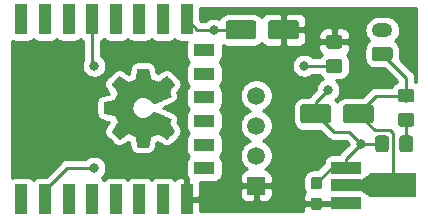
<source format=gtl>
G04 #@! TF.GenerationSoftware,KiCad,Pcbnew,5.1.2-f72e74a~84~ubuntu18.10.1*
G04 #@! TF.CreationDate,2019-07-18T21:48:07+02:00*
G04 #@! TF.ProjectId,esp12-dht22,65737031-322d-4646-9874-32322e6b6963,rev?*
G04 #@! TF.SameCoordinates,PX4129270PY6f2f610*
G04 #@! TF.FileFunction,Copper,L1,Top*
G04 #@! TF.FilePolarity,Positive*
%FSLAX46Y46*%
G04 Gerber Fmt 4.6, Leading zero omitted, Abs format (unit mm)*
G04 Created by KiCad (PCBNEW 5.1.2-f72e74a~84~ubuntu18.10.1) date 2019-07-18 21:48:07*
%MOMM*%
%LPD*%
G04 APERTURE LIST*
%ADD10C,0.010000*%
%ADD11R,2.500000X1.000000*%
%ADD12R,4.000000X2.000000*%
%ADD13C,0.750000*%
%ADD14C,0.100000*%
%ADD15C,1.150000*%
%ADD16C,0.950000*%
%ADD17R,1.500000X1.500000*%
%ADD18C,1.500000*%
%ADD19C,1.600000*%
%ADD20R,1.000000X2.500000*%
%ADD21R,1.800000X1.000000*%
%ADD22C,1.200000*%
%ADD23O,1.750000X1.200000*%
%ADD24C,0.800000*%
%ADD25C,0.250000*%
%ADD26C,0.254000*%
G04 APERTURE END LIST*
D10*
G36*
X16264931Y9953814D02*
G01*
X16709555Y10037635D01*
X16837053Y10346920D01*
X16964551Y10656206D01*
X16712246Y11027246D01*
X16641996Y11131157D01*
X16579272Y11225087D01*
X16526938Y11304652D01*
X16487857Y11365470D01*
X16464893Y11403157D01*
X16459942Y11413421D01*
X16472676Y11431910D01*
X16507882Y11471420D01*
X16561062Y11527522D01*
X16627718Y11595787D01*
X16703354Y11671786D01*
X16783472Y11751092D01*
X16863574Y11829275D01*
X16939164Y11901907D01*
X17005745Y11964559D01*
X17058818Y12012803D01*
X17093887Y12042210D01*
X17105623Y12049241D01*
X17127260Y12039123D01*
X17174662Y12010759D01*
X17243193Y11967129D01*
X17328215Y11911218D01*
X17425093Y11846006D01*
X17480350Y11808219D01*
X17581248Y11739343D01*
X17672299Y11678140D01*
X17748970Y11627578D01*
X17806728Y11590628D01*
X17841043Y11570258D01*
X17848254Y11567197D01*
X17868748Y11574136D01*
X17916513Y11593051D01*
X17984832Y11621087D01*
X18066989Y11655391D01*
X18156270Y11693109D01*
X18245958Y11731387D01*
X18329338Y11767370D01*
X18399694Y11798206D01*
X18450310Y11821039D01*
X18474471Y11833017D01*
X18475422Y11833724D01*
X18480036Y11852531D01*
X18490328Y11902618D01*
X18505287Y11978793D01*
X18523901Y12075865D01*
X18545159Y12188643D01*
X18557418Y12254442D01*
X18580362Y12374950D01*
X18602195Y12483797D01*
X18621722Y12575476D01*
X18637748Y12644481D01*
X18649079Y12685304D01*
X18652674Y12693511D01*
X18677006Y12701548D01*
X18731959Y12708033D01*
X18811108Y12712970D01*
X18908026Y12716364D01*
X19016287Y12718218D01*
X19129465Y12718538D01*
X19241135Y12717327D01*
X19344868Y12714590D01*
X19434241Y12710331D01*
X19502826Y12704555D01*
X19544197Y12697267D01*
X19552810Y12692895D01*
X19563133Y12666764D01*
X19577892Y12611393D01*
X19595352Y12534107D01*
X19613780Y12442230D01*
X19619741Y12410158D01*
X19648066Y12255524D01*
X19670876Y12133375D01*
X19689080Y12039673D01*
X19703583Y11970384D01*
X19715292Y11921471D01*
X19725115Y11888897D01*
X19733956Y11868628D01*
X19742724Y11856626D01*
X19744457Y11854947D01*
X19772371Y11838184D01*
X19826695Y11812614D01*
X19900777Y11780788D01*
X19987965Y11745260D01*
X20081608Y11708583D01*
X20175052Y11673311D01*
X20261647Y11641996D01*
X20334740Y11617193D01*
X20387678Y11601454D01*
X20413811Y11597332D01*
X20414726Y11597676D01*
X20436086Y11611641D01*
X20483084Y11643322D01*
X20550827Y11689391D01*
X20634423Y11746518D01*
X20728982Y11811373D01*
X20755854Y11829843D01*
X20853275Y11895699D01*
X20942163Y11953650D01*
X21017412Y12000538D01*
X21073920Y12033207D01*
X21106581Y12048500D01*
X21110593Y12049241D01*
X21131684Y12036392D01*
X21173464Y12000888D01*
X21231445Y11947293D01*
X21301135Y11880171D01*
X21378045Y11804087D01*
X21457683Y11723604D01*
X21535561Y11643287D01*
X21607186Y11567699D01*
X21668070Y11501405D01*
X21713721Y11448969D01*
X21739650Y11414955D01*
X21743883Y11405545D01*
X21733912Y11383643D01*
X21707020Y11338800D01*
X21667736Y11278321D01*
X21636117Y11231789D01*
X21578098Y11147475D01*
X21509784Y11047626D01*
X21441579Y10947473D01*
X21405075Y10893627D01*
X21281800Y10711371D01*
X21364520Y10558381D01*
X21400759Y10488682D01*
X21428926Y10429414D01*
X21444991Y10389311D01*
X21447226Y10379103D01*
X21430722Y10366829D01*
X21384082Y10342613D01*
X21311609Y10308263D01*
X21217606Y10265588D01*
X21106374Y10216394D01*
X20982215Y10162490D01*
X20849432Y10105684D01*
X20712327Y10047782D01*
X20575202Y9990593D01*
X20442358Y9935924D01*
X20318098Y9885584D01*
X20206725Y9841380D01*
X20112539Y9805119D01*
X20039844Y9778609D01*
X19992941Y9763658D01*
X19976833Y9761254D01*
X19956286Y9780311D01*
X19922933Y9822036D01*
X19883702Y9877706D01*
X19880599Y9882378D01*
X19765423Y10026264D01*
X19631053Y10142283D01*
X19481784Y10229430D01*
X19321913Y10286699D01*
X19155737Y10313086D01*
X18987552Y10307585D01*
X18821655Y10269190D01*
X18662342Y10196895D01*
X18627487Y10175626D01*
X18486737Y10064996D01*
X18373714Y9934302D01*
X18289003Y9788064D01*
X18233194Y9630808D01*
X18206874Y9467057D01*
X18210630Y9301333D01*
X18245050Y9138162D01*
X18310723Y8982065D01*
X18408235Y8837567D01*
X18447813Y8792869D01*
X18571703Y8679112D01*
X18702124Y8596218D01*
X18848315Y8539356D01*
X18993088Y8507687D01*
X19155860Y8499869D01*
X19319440Y8525938D01*
X19478298Y8583245D01*
X19626906Y8669144D01*
X19759735Y8780986D01*
X19871256Y8916123D01*
X19883011Y8933883D01*
X19921508Y8990150D01*
X19954863Y9032923D01*
X19976160Y9053372D01*
X19976833Y9053669D01*
X19999871Y9049279D01*
X20052157Y9031876D01*
X20129390Y9003268D01*
X20227268Y8965265D01*
X20341491Y8919674D01*
X20467758Y8868303D01*
X20601767Y8812962D01*
X20739218Y8755458D01*
X20875808Y8697601D01*
X21007237Y8641198D01*
X21129205Y8588058D01*
X21237409Y8539990D01*
X21327549Y8498801D01*
X21395323Y8466301D01*
X21436430Y8444297D01*
X21447226Y8435436D01*
X21438819Y8408360D01*
X21416272Y8357697D01*
X21383613Y8292183D01*
X21364520Y8256159D01*
X21281800Y8103168D01*
X21405075Y7920912D01*
X21468228Y7827875D01*
X21537727Y7726015D01*
X21603165Y7630562D01*
X21636117Y7582750D01*
X21681273Y7515505D01*
X21717057Y7458564D01*
X21738938Y7419354D01*
X21743563Y7406619D01*
X21731085Y7388083D01*
X21696252Y7347059D01*
X21642678Y7287525D01*
X21573983Y7213458D01*
X21493781Y7128835D01*
X21442286Y7075315D01*
X21350286Y6981681D01*
X21267999Y6900759D01*
X21198945Y6835823D01*
X21146644Y6790142D01*
X21114616Y6766989D01*
X21108116Y6764768D01*
X21083394Y6775076D01*
X21033405Y6803561D01*
X20963212Y6847063D01*
X20877875Y6902423D01*
X20782456Y6966480D01*
X20755854Y6984697D01*
X20659167Y7051073D01*
X20572117Y7110622D01*
X20499595Y7160016D01*
X20446493Y7195925D01*
X20417703Y7215019D01*
X20414726Y7216864D01*
X20391782Y7214105D01*
X20341336Y7199462D01*
X20270041Y7175487D01*
X20184547Y7144734D01*
X20091507Y7109756D01*
X19997574Y7073107D01*
X19909399Y7037339D01*
X19833634Y7005006D01*
X19776931Y6978662D01*
X19745943Y6960858D01*
X19744457Y6959593D01*
X19735601Y6948706D01*
X19726843Y6930318D01*
X19717277Y6900394D01*
X19705996Y6854897D01*
X19692093Y6789791D01*
X19674663Y6701039D01*
X19652798Y6584607D01*
X19625591Y6436458D01*
X19619741Y6404382D01*
X19601374Y6309314D01*
X19583405Y6226435D01*
X19567569Y6163070D01*
X19555600Y6126542D01*
X19552810Y6121644D01*
X19528072Y6113573D01*
X19472790Y6107013D01*
X19393389Y6101967D01*
X19296296Y6098441D01*
X19187938Y6096439D01*
X19074740Y6095964D01*
X18963128Y6097023D01*
X18859529Y6099618D01*
X18770368Y6103754D01*
X18702072Y6109437D01*
X18661066Y6116669D01*
X18652674Y6121029D01*
X18644208Y6145302D01*
X18630435Y6200574D01*
X18612550Y6281338D01*
X18591748Y6382088D01*
X18569223Y6497317D01*
X18557418Y6560098D01*
X18535151Y6679213D01*
X18514979Y6785435D01*
X18497915Y6873573D01*
X18484969Y6938434D01*
X18477155Y6974826D01*
X18475422Y6980816D01*
X18455890Y6990939D01*
X18408843Y7012338D01*
X18341003Y7042161D01*
X18259091Y7077555D01*
X18169828Y7115668D01*
X18079935Y7153647D01*
X17996135Y7188640D01*
X17925147Y7217794D01*
X17873694Y7238257D01*
X17848497Y7247177D01*
X17847396Y7247343D01*
X17827519Y7237231D01*
X17781777Y7208883D01*
X17714717Y7165277D01*
X17630884Y7109394D01*
X17534826Y7044213D01*
X17479650Y7006321D01*
X17378481Y6937275D01*
X17286630Y6875950D01*
X17208744Y6825337D01*
X17149469Y6788429D01*
X17113451Y6768218D01*
X17105377Y6765299D01*
X17086584Y6777847D01*
X17046457Y6812537D01*
X16989493Y6864937D01*
X16920185Y6930616D01*
X16843031Y7005144D01*
X16762525Y7084087D01*
X16683163Y7163017D01*
X16609440Y7237500D01*
X16545852Y7303106D01*
X16496894Y7355404D01*
X16467061Y7389961D01*
X16459942Y7401522D01*
X16469953Y7420346D01*
X16498078Y7465369D01*
X16541454Y7532213D01*
X16597218Y7616501D01*
X16662506Y7713856D01*
X16712246Y7787293D01*
X16964551Y8158333D01*
X16709555Y8776905D01*
X16264931Y8860725D01*
X15820307Y8944546D01*
X15820307Y9869994D01*
X16264931Y9953814D01*
X16264931Y9953814D01*
G37*
X16264931Y9953814D02*
X16709555Y10037635D01*
X16837053Y10346920D01*
X16964551Y10656206D01*
X16712246Y11027246D01*
X16641996Y11131157D01*
X16579272Y11225087D01*
X16526938Y11304652D01*
X16487857Y11365470D01*
X16464893Y11403157D01*
X16459942Y11413421D01*
X16472676Y11431910D01*
X16507882Y11471420D01*
X16561062Y11527522D01*
X16627718Y11595787D01*
X16703354Y11671786D01*
X16783472Y11751092D01*
X16863574Y11829275D01*
X16939164Y11901907D01*
X17005745Y11964559D01*
X17058818Y12012803D01*
X17093887Y12042210D01*
X17105623Y12049241D01*
X17127260Y12039123D01*
X17174662Y12010759D01*
X17243193Y11967129D01*
X17328215Y11911218D01*
X17425093Y11846006D01*
X17480350Y11808219D01*
X17581248Y11739343D01*
X17672299Y11678140D01*
X17748970Y11627578D01*
X17806728Y11590628D01*
X17841043Y11570258D01*
X17848254Y11567197D01*
X17868748Y11574136D01*
X17916513Y11593051D01*
X17984832Y11621087D01*
X18066989Y11655391D01*
X18156270Y11693109D01*
X18245958Y11731387D01*
X18329338Y11767370D01*
X18399694Y11798206D01*
X18450310Y11821039D01*
X18474471Y11833017D01*
X18475422Y11833724D01*
X18480036Y11852531D01*
X18490328Y11902618D01*
X18505287Y11978793D01*
X18523901Y12075865D01*
X18545159Y12188643D01*
X18557418Y12254442D01*
X18580362Y12374950D01*
X18602195Y12483797D01*
X18621722Y12575476D01*
X18637748Y12644481D01*
X18649079Y12685304D01*
X18652674Y12693511D01*
X18677006Y12701548D01*
X18731959Y12708033D01*
X18811108Y12712970D01*
X18908026Y12716364D01*
X19016287Y12718218D01*
X19129465Y12718538D01*
X19241135Y12717327D01*
X19344868Y12714590D01*
X19434241Y12710331D01*
X19502826Y12704555D01*
X19544197Y12697267D01*
X19552810Y12692895D01*
X19563133Y12666764D01*
X19577892Y12611393D01*
X19595352Y12534107D01*
X19613780Y12442230D01*
X19619741Y12410158D01*
X19648066Y12255524D01*
X19670876Y12133375D01*
X19689080Y12039673D01*
X19703583Y11970384D01*
X19715292Y11921471D01*
X19725115Y11888897D01*
X19733956Y11868628D01*
X19742724Y11856626D01*
X19744457Y11854947D01*
X19772371Y11838184D01*
X19826695Y11812614D01*
X19900777Y11780788D01*
X19987965Y11745260D01*
X20081608Y11708583D01*
X20175052Y11673311D01*
X20261647Y11641996D01*
X20334740Y11617193D01*
X20387678Y11601454D01*
X20413811Y11597332D01*
X20414726Y11597676D01*
X20436086Y11611641D01*
X20483084Y11643322D01*
X20550827Y11689391D01*
X20634423Y11746518D01*
X20728982Y11811373D01*
X20755854Y11829843D01*
X20853275Y11895699D01*
X20942163Y11953650D01*
X21017412Y12000538D01*
X21073920Y12033207D01*
X21106581Y12048500D01*
X21110593Y12049241D01*
X21131684Y12036392D01*
X21173464Y12000888D01*
X21231445Y11947293D01*
X21301135Y11880171D01*
X21378045Y11804087D01*
X21457683Y11723604D01*
X21535561Y11643287D01*
X21607186Y11567699D01*
X21668070Y11501405D01*
X21713721Y11448969D01*
X21739650Y11414955D01*
X21743883Y11405545D01*
X21733912Y11383643D01*
X21707020Y11338800D01*
X21667736Y11278321D01*
X21636117Y11231789D01*
X21578098Y11147475D01*
X21509784Y11047626D01*
X21441579Y10947473D01*
X21405075Y10893627D01*
X21281800Y10711371D01*
X21364520Y10558381D01*
X21400759Y10488682D01*
X21428926Y10429414D01*
X21444991Y10389311D01*
X21447226Y10379103D01*
X21430722Y10366829D01*
X21384082Y10342613D01*
X21311609Y10308263D01*
X21217606Y10265588D01*
X21106374Y10216394D01*
X20982215Y10162490D01*
X20849432Y10105684D01*
X20712327Y10047782D01*
X20575202Y9990593D01*
X20442358Y9935924D01*
X20318098Y9885584D01*
X20206725Y9841380D01*
X20112539Y9805119D01*
X20039844Y9778609D01*
X19992941Y9763658D01*
X19976833Y9761254D01*
X19956286Y9780311D01*
X19922933Y9822036D01*
X19883702Y9877706D01*
X19880599Y9882378D01*
X19765423Y10026264D01*
X19631053Y10142283D01*
X19481784Y10229430D01*
X19321913Y10286699D01*
X19155737Y10313086D01*
X18987552Y10307585D01*
X18821655Y10269190D01*
X18662342Y10196895D01*
X18627487Y10175626D01*
X18486737Y10064996D01*
X18373714Y9934302D01*
X18289003Y9788064D01*
X18233194Y9630808D01*
X18206874Y9467057D01*
X18210630Y9301333D01*
X18245050Y9138162D01*
X18310723Y8982065D01*
X18408235Y8837567D01*
X18447813Y8792869D01*
X18571703Y8679112D01*
X18702124Y8596218D01*
X18848315Y8539356D01*
X18993088Y8507687D01*
X19155860Y8499869D01*
X19319440Y8525938D01*
X19478298Y8583245D01*
X19626906Y8669144D01*
X19759735Y8780986D01*
X19871256Y8916123D01*
X19883011Y8933883D01*
X19921508Y8990150D01*
X19954863Y9032923D01*
X19976160Y9053372D01*
X19976833Y9053669D01*
X19999871Y9049279D01*
X20052157Y9031876D01*
X20129390Y9003268D01*
X20227268Y8965265D01*
X20341491Y8919674D01*
X20467758Y8868303D01*
X20601767Y8812962D01*
X20739218Y8755458D01*
X20875808Y8697601D01*
X21007237Y8641198D01*
X21129205Y8588058D01*
X21237409Y8539990D01*
X21327549Y8498801D01*
X21395323Y8466301D01*
X21436430Y8444297D01*
X21447226Y8435436D01*
X21438819Y8408360D01*
X21416272Y8357697D01*
X21383613Y8292183D01*
X21364520Y8256159D01*
X21281800Y8103168D01*
X21405075Y7920912D01*
X21468228Y7827875D01*
X21537727Y7726015D01*
X21603165Y7630562D01*
X21636117Y7582750D01*
X21681273Y7515505D01*
X21717057Y7458564D01*
X21738938Y7419354D01*
X21743563Y7406619D01*
X21731085Y7388083D01*
X21696252Y7347059D01*
X21642678Y7287525D01*
X21573983Y7213458D01*
X21493781Y7128835D01*
X21442286Y7075315D01*
X21350286Y6981681D01*
X21267999Y6900759D01*
X21198945Y6835823D01*
X21146644Y6790142D01*
X21114616Y6766989D01*
X21108116Y6764768D01*
X21083394Y6775076D01*
X21033405Y6803561D01*
X20963212Y6847063D01*
X20877875Y6902423D01*
X20782456Y6966480D01*
X20755854Y6984697D01*
X20659167Y7051073D01*
X20572117Y7110622D01*
X20499595Y7160016D01*
X20446493Y7195925D01*
X20417703Y7215019D01*
X20414726Y7216864D01*
X20391782Y7214105D01*
X20341336Y7199462D01*
X20270041Y7175487D01*
X20184547Y7144734D01*
X20091507Y7109756D01*
X19997574Y7073107D01*
X19909399Y7037339D01*
X19833634Y7005006D01*
X19776931Y6978662D01*
X19745943Y6960858D01*
X19744457Y6959593D01*
X19735601Y6948706D01*
X19726843Y6930318D01*
X19717277Y6900394D01*
X19705996Y6854897D01*
X19692093Y6789791D01*
X19674663Y6701039D01*
X19652798Y6584607D01*
X19625591Y6436458D01*
X19619741Y6404382D01*
X19601374Y6309314D01*
X19583405Y6226435D01*
X19567569Y6163070D01*
X19555600Y6126542D01*
X19552810Y6121644D01*
X19528072Y6113573D01*
X19472790Y6107013D01*
X19393389Y6101967D01*
X19296296Y6098441D01*
X19187938Y6096439D01*
X19074740Y6095964D01*
X18963128Y6097023D01*
X18859529Y6099618D01*
X18770368Y6103754D01*
X18702072Y6109437D01*
X18661066Y6116669D01*
X18652674Y6121029D01*
X18644208Y6145302D01*
X18630435Y6200574D01*
X18612550Y6281338D01*
X18591748Y6382088D01*
X18569223Y6497317D01*
X18557418Y6560098D01*
X18535151Y6679213D01*
X18514979Y6785435D01*
X18497915Y6873573D01*
X18484969Y6938434D01*
X18477155Y6974826D01*
X18475422Y6980816D01*
X18455890Y6990939D01*
X18408843Y7012338D01*
X18341003Y7042161D01*
X18259091Y7077555D01*
X18169828Y7115668D01*
X18079935Y7153647D01*
X17996135Y7188640D01*
X17925147Y7217794D01*
X17873694Y7238257D01*
X17848497Y7247177D01*
X17847396Y7247343D01*
X17827519Y7237231D01*
X17781777Y7208883D01*
X17714717Y7165277D01*
X17630884Y7109394D01*
X17534826Y7044213D01*
X17479650Y7006321D01*
X17378481Y6937275D01*
X17286630Y6875950D01*
X17208744Y6825337D01*
X17149469Y6788429D01*
X17113451Y6768218D01*
X17105377Y6765299D01*
X17086584Y6777847D01*
X17046457Y6812537D01*
X16989493Y6864937D01*
X16920185Y6930616D01*
X16843031Y7005144D01*
X16762525Y7084087D01*
X16683163Y7163017D01*
X16609440Y7237500D01*
X16545852Y7303106D01*
X16496894Y7355404D01*
X16467061Y7389961D01*
X16459942Y7401522D01*
X16469953Y7420346D01*
X16498078Y7465369D01*
X16541454Y7532213D01*
X16597218Y7616501D01*
X16662506Y7713856D01*
X16712246Y7787293D01*
X16964551Y8158333D01*
X16709555Y8776905D01*
X16264931Y8860725D01*
X15820307Y8944546D01*
X15820307Y9869994D01*
X16264931Y9953814D01*
D11*
X36322000Y4318000D03*
X36322000Y2818000D03*
X36322000Y1318000D03*
D12*
X40282000Y2818000D03*
D13*
X37932000Y2818000D03*
D14*
G36*
X38307000Y1818000D02*
G01*
X37557000Y2318000D01*
X37557000Y3318000D01*
X38307000Y3818000D01*
X38307000Y1818000D01*
X38307000Y1818000D01*
G37*
G36*
X39701505Y7048796D02*
G01*
X39725773Y7045196D01*
X39749572Y7039235D01*
X39772671Y7030970D01*
X39794850Y7020480D01*
X39815893Y7007868D01*
X39835599Y6993253D01*
X39853777Y6976777D01*
X39870253Y6958599D01*
X39884868Y6938893D01*
X39897480Y6917850D01*
X39907970Y6895671D01*
X39916235Y6872572D01*
X39922196Y6848773D01*
X39925796Y6824505D01*
X39927000Y6800001D01*
X39927000Y5899999D01*
X39925796Y5875495D01*
X39922196Y5851227D01*
X39916235Y5827428D01*
X39907970Y5804329D01*
X39897480Y5782150D01*
X39884868Y5761107D01*
X39870253Y5741401D01*
X39853777Y5723223D01*
X39835599Y5706747D01*
X39815893Y5692132D01*
X39794850Y5679520D01*
X39772671Y5669030D01*
X39749572Y5660765D01*
X39725773Y5654804D01*
X39701505Y5651204D01*
X39677001Y5650000D01*
X39026999Y5650000D01*
X39002495Y5651204D01*
X38978227Y5654804D01*
X38954428Y5660765D01*
X38931329Y5669030D01*
X38909150Y5679520D01*
X38888107Y5692132D01*
X38868401Y5706747D01*
X38850223Y5723223D01*
X38833747Y5741401D01*
X38819132Y5761107D01*
X38806520Y5782150D01*
X38796030Y5804329D01*
X38787765Y5827428D01*
X38781804Y5851227D01*
X38778204Y5875495D01*
X38777000Y5899999D01*
X38777000Y6800001D01*
X38778204Y6824505D01*
X38781804Y6848773D01*
X38787765Y6872572D01*
X38796030Y6895671D01*
X38806520Y6917850D01*
X38819132Y6938893D01*
X38833747Y6958599D01*
X38850223Y6976777D01*
X38868401Y6993253D01*
X38888107Y7007868D01*
X38909150Y7020480D01*
X38931329Y7030970D01*
X38954428Y7039235D01*
X38978227Y7045196D01*
X39002495Y7048796D01*
X39026999Y7050000D01*
X39677001Y7050000D01*
X39701505Y7048796D01*
X39701505Y7048796D01*
G37*
D15*
X39352000Y6350000D03*
D14*
G36*
X41751505Y7048796D02*
G01*
X41775773Y7045196D01*
X41799572Y7039235D01*
X41822671Y7030970D01*
X41844850Y7020480D01*
X41865893Y7007868D01*
X41885599Y6993253D01*
X41903777Y6976777D01*
X41920253Y6958599D01*
X41934868Y6938893D01*
X41947480Y6917850D01*
X41957970Y6895671D01*
X41966235Y6872572D01*
X41972196Y6848773D01*
X41975796Y6824505D01*
X41977000Y6800001D01*
X41977000Y5899999D01*
X41975796Y5875495D01*
X41972196Y5851227D01*
X41966235Y5827428D01*
X41957970Y5804329D01*
X41947480Y5782150D01*
X41934868Y5761107D01*
X41920253Y5741401D01*
X41903777Y5723223D01*
X41885599Y5706747D01*
X41865893Y5692132D01*
X41844850Y5679520D01*
X41822671Y5669030D01*
X41799572Y5660765D01*
X41775773Y5654804D01*
X41751505Y5651204D01*
X41727001Y5650000D01*
X41076999Y5650000D01*
X41052495Y5651204D01*
X41028227Y5654804D01*
X41004428Y5660765D01*
X40981329Y5669030D01*
X40959150Y5679520D01*
X40938107Y5692132D01*
X40918401Y5706747D01*
X40900223Y5723223D01*
X40883747Y5741401D01*
X40869132Y5761107D01*
X40856520Y5782150D01*
X40846030Y5804329D01*
X40837765Y5827428D01*
X40831804Y5851227D01*
X40828204Y5875495D01*
X40827000Y5899999D01*
X40827000Y6800001D01*
X40828204Y6824505D01*
X40831804Y6848773D01*
X40837765Y6872572D01*
X40846030Y6895671D01*
X40856520Y6917850D01*
X40869132Y6938893D01*
X40883747Y6958599D01*
X40900223Y6976777D01*
X40918401Y6993253D01*
X40938107Y7007868D01*
X40959150Y7020480D01*
X40981329Y7030970D01*
X41004428Y7039235D01*
X41028227Y7045196D01*
X41052495Y7048796D01*
X41076999Y7050000D01*
X41727001Y7050000D01*
X41751505Y7048796D01*
X41751505Y7048796D01*
G37*
D15*
X41402000Y6350000D03*
D14*
G36*
X34042779Y1793856D02*
G01*
X34065834Y1790437D01*
X34088443Y1784773D01*
X34110387Y1776921D01*
X34131457Y1766956D01*
X34151448Y1754974D01*
X34170168Y1741090D01*
X34187438Y1725438D01*
X34203090Y1708168D01*
X34216974Y1689448D01*
X34228956Y1669457D01*
X34238921Y1648387D01*
X34246773Y1626443D01*
X34252437Y1603834D01*
X34255856Y1580779D01*
X34257000Y1557500D01*
X34257000Y982500D01*
X34255856Y959221D01*
X34252437Y936166D01*
X34246773Y913557D01*
X34238921Y891613D01*
X34228956Y870543D01*
X34216974Y850552D01*
X34203090Y831832D01*
X34187438Y814562D01*
X34170168Y798910D01*
X34151448Y785026D01*
X34131457Y773044D01*
X34110387Y763079D01*
X34088443Y755227D01*
X34065834Y749563D01*
X34042779Y746144D01*
X34019500Y745000D01*
X33544500Y745000D01*
X33521221Y746144D01*
X33498166Y749563D01*
X33475557Y755227D01*
X33453613Y763079D01*
X33432543Y773044D01*
X33412552Y785026D01*
X33393832Y798910D01*
X33376562Y814562D01*
X33360910Y831832D01*
X33347026Y850552D01*
X33335044Y870543D01*
X33325079Y891613D01*
X33317227Y913557D01*
X33311563Y936166D01*
X33308144Y959221D01*
X33307000Y982500D01*
X33307000Y1557500D01*
X33308144Y1580779D01*
X33311563Y1603834D01*
X33317227Y1626443D01*
X33325079Y1648387D01*
X33335044Y1669457D01*
X33347026Y1689448D01*
X33360910Y1708168D01*
X33376562Y1725438D01*
X33393832Y1741090D01*
X33412552Y1754974D01*
X33432543Y1766956D01*
X33453613Y1776921D01*
X33475557Y1784773D01*
X33498166Y1790437D01*
X33521221Y1793856D01*
X33544500Y1795000D01*
X34019500Y1795000D01*
X34042779Y1793856D01*
X34042779Y1793856D01*
G37*
D16*
X33782000Y1270000D03*
D14*
G36*
X34042779Y3543856D02*
G01*
X34065834Y3540437D01*
X34088443Y3534773D01*
X34110387Y3526921D01*
X34131457Y3516956D01*
X34151448Y3504974D01*
X34170168Y3491090D01*
X34187438Y3475438D01*
X34203090Y3458168D01*
X34216974Y3439448D01*
X34228956Y3419457D01*
X34238921Y3398387D01*
X34246773Y3376443D01*
X34252437Y3353834D01*
X34255856Y3330779D01*
X34257000Y3307500D01*
X34257000Y2732500D01*
X34255856Y2709221D01*
X34252437Y2686166D01*
X34246773Y2663557D01*
X34238921Y2641613D01*
X34228956Y2620543D01*
X34216974Y2600552D01*
X34203090Y2581832D01*
X34187438Y2564562D01*
X34170168Y2548910D01*
X34151448Y2535026D01*
X34131457Y2523044D01*
X34110387Y2513079D01*
X34088443Y2505227D01*
X34065834Y2499563D01*
X34042779Y2496144D01*
X34019500Y2495000D01*
X33544500Y2495000D01*
X33521221Y2496144D01*
X33498166Y2499563D01*
X33475557Y2505227D01*
X33453613Y2513079D01*
X33432543Y2523044D01*
X33412552Y2535026D01*
X33393832Y2548910D01*
X33376562Y2564562D01*
X33360910Y2581832D01*
X33347026Y2600552D01*
X33335044Y2620543D01*
X33325079Y2641613D01*
X33317227Y2663557D01*
X33311563Y2686166D01*
X33308144Y2709221D01*
X33307000Y2732500D01*
X33307000Y3307500D01*
X33308144Y3330779D01*
X33311563Y3353834D01*
X33317227Y3376443D01*
X33325079Y3398387D01*
X33335044Y3419457D01*
X33347026Y3439448D01*
X33360910Y3458168D01*
X33376562Y3475438D01*
X33393832Y3491090D01*
X33412552Y3504974D01*
X33432543Y3516956D01*
X33453613Y3526921D01*
X33475557Y3534773D01*
X33498166Y3540437D01*
X33521221Y3543856D01*
X33544500Y3545000D01*
X34019500Y3545000D01*
X34042779Y3543856D01*
X34042779Y3543856D01*
G37*
D16*
X33782000Y3020000D03*
D17*
X28702000Y2794000D03*
D18*
X28702000Y5334000D03*
X28702000Y7874000D03*
X28702000Y10414000D03*
D14*
G36*
X28484504Y16800796D02*
G01*
X28508773Y16797196D01*
X28532571Y16791235D01*
X28555671Y16782970D01*
X28577849Y16772480D01*
X28598893Y16759867D01*
X28618598Y16745253D01*
X28636777Y16728777D01*
X28653253Y16710598D01*
X28667867Y16690893D01*
X28680480Y16669849D01*
X28690970Y16647671D01*
X28699235Y16624571D01*
X28705196Y16600773D01*
X28708796Y16576504D01*
X28710000Y16552000D01*
X28710000Y15452000D01*
X28708796Y15427496D01*
X28705196Y15403227D01*
X28699235Y15379429D01*
X28690970Y15356329D01*
X28680480Y15334151D01*
X28667867Y15313107D01*
X28653253Y15293402D01*
X28636777Y15275223D01*
X28618598Y15258747D01*
X28598893Y15244133D01*
X28577849Y15231520D01*
X28555671Y15221030D01*
X28532571Y15212765D01*
X28508773Y15206804D01*
X28484504Y15203204D01*
X28460000Y15202000D01*
X26360000Y15202000D01*
X26335496Y15203204D01*
X26311227Y15206804D01*
X26287429Y15212765D01*
X26264329Y15221030D01*
X26242151Y15231520D01*
X26221107Y15244133D01*
X26201402Y15258747D01*
X26183223Y15275223D01*
X26166747Y15293402D01*
X26152133Y15313107D01*
X26139520Y15334151D01*
X26129030Y15356329D01*
X26120765Y15379429D01*
X26114804Y15403227D01*
X26111204Y15427496D01*
X26110000Y15452000D01*
X26110000Y16552000D01*
X26111204Y16576504D01*
X26114804Y16600773D01*
X26120765Y16624571D01*
X26129030Y16647671D01*
X26139520Y16669849D01*
X26152133Y16690893D01*
X26166747Y16710598D01*
X26183223Y16728777D01*
X26201402Y16745253D01*
X26221107Y16759867D01*
X26242151Y16772480D01*
X26264329Y16782970D01*
X26287429Y16791235D01*
X26311227Y16797196D01*
X26335496Y16800796D01*
X26360000Y16802000D01*
X28460000Y16802000D01*
X28484504Y16800796D01*
X28484504Y16800796D01*
G37*
D19*
X27410000Y16002000D03*
D14*
G36*
X32084504Y16800796D02*
G01*
X32108773Y16797196D01*
X32132571Y16791235D01*
X32155671Y16782970D01*
X32177849Y16772480D01*
X32198893Y16759867D01*
X32218598Y16745253D01*
X32236777Y16728777D01*
X32253253Y16710598D01*
X32267867Y16690893D01*
X32280480Y16669849D01*
X32290970Y16647671D01*
X32299235Y16624571D01*
X32305196Y16600773D01*
X32308796Y16576504D01*
X32310000Y16552000D01*
X32310000Y15452000D01*
X32308796Y15427496D01*
X32305196Y15403227D01*
X32299235Y15379429D01*
X32290970Y15356329D01*
X32280480Y15334151D01*
X32267867Y15313107D01*
X32253253Y15293402D01*
X32236777Y15275223D01*
X32218598Y15258747D01*
X32198893Y15244133D01*
X32177849Y15231520D01*
X32155671Y15221030D01*
X32132571Y15212765D01*
X32108773Y15206804D01*
X32084504Y15203204D01*
X32060000Y15202000D01*
X29960000Y15202000D01*
X29935496Y15203204D01*
X29911227Y15206804D01*
X29887429Y15212765D01*
X29864329Y15221030D01*
X29842151Y15231520D01*
X29821107Y15244133D01*
X29801402Y15258747D01*
X29783223Y15275223D01*
X29766747Y15293402D01*
X29752133Y15313107D01*
X29739520Y15334151D01*
X29729030Y15356329D01*
X29720765Y15379429D01*
X29714804Y15403227D01*
X29711204Y15427496D01*
X29710000Y15452000D01*
X29710000Y16552000D01*
X29711204Y16576504D01*
X29714804Y16600773D01*
X29720765Y16624571D01*
X29729030Y16647671D01*
X29739520Y16669849D01*
X29752133Y16690893D01*
X29766747Y16710598D01*
X29783223Y16728777D01*
X29801402Y16745253D01*
X29821107Y16759867D01*
X29842151Y16772480D01*
X29864329Y16782970D01*
X29887429Y16791235D01*
X29911227Y16797196D01*
X29935496Y16800796D01*
X29960000Y16802000D01*
X32060000Y16802000D01*
X32084504Y16800796D01*
X32084504Y16800796D01*
G37*
D19*
X31010000Y16002000D03*
D20*
X8819000Y1671000D03*
X10819000Y1671000D03*
X12819000Y1671000D03*
X14819000Y1671000D03*
X16819000Y1671000D03*
X18819000Y1671000D03*
X20819000Y1671000D03*
X22819000Y1671000D03*
D21*
X24319000Y4271000D03*
X24319000Y6271000D03*
X24319000Y8271000D03*
X24319000Y10271000D03*
X24319000Y12271000D03*
X24319000Y14271000D03*
D20*
X22819000Y16871000D03*
X20819000Y16871000D03*
X18819000Y16871000D03*
X16819000Y16871000D03*
X14819000Y16871000D03*
X12819000Y16871000D03*
X10819000Y16871000D03*
X8819000Y16871000D03*
D14*
G36*
X38412504Y9688796D02*
G01*
X38436773Y9685196D01*
X38460571Y9679235D01*
X38483671Y9670970D01*
X38505849Y9660480D01*
X38526893Y9647867D01*
X38546598Y9633253D01*
X38564777Y9616777D01*
X38581253Y9598598D01*
X38595867Y9578893D01*
X38608480Y9557849D01*
X38618970Y9535671D01*
X38627235Y9512571D01*
X38633196Y9488773D01*
X38636796Y9464504D01*
X38638000Y9440000D01*
X38638000Y8340000D01*
X38636796Y8315496D01*
X38633196Y8291227D01*
X38627235Y8267429D01*
X38618970Y8244329D01*
X38608480Y8222151D01*
X38595867Y8201107D01*
X38581253Y8181402D01*
X38564777Y8163223D01*
X38546598Y8146747D01*
X38526893Y8132133D01*
X38505849Y8119520D01*
X38483671Y8109030D01*
X38460571Y8100765D01*
X38436773Y8094804D01*
X38412504Y8091204D01*
X38388000Y8090000D01*
X36288000Y8090000D01*
X36263496Y8091204D01*
X36239227Y8094804D01*
X36215429Y8100765D01*
X36192329Y8109030D01*
X36170151Y8119520D01*
X36149107Y8132133D01*
X36129402Y8146747D01*
X36111223Y8163223D01*
X36094747Y8181402D01*
X36080133Y8201107D01*
X36067520Y8222151D01*
X36057030Y8244329D01*
X36048765Y8267429D01*
X36042804Y8291227D01*
X36039204Y8315496D01*
X36038000Y8340000D01*
X36038000Y9440000D01*
X36039204Y9464504D01*
X36042804Y9488773D01*
X36048765Y9512571D01*
X36057030Y9535671D01*
X36067520Y9557849D01*
X36080133Y9578893D01*
X36094747Y9598598D01*
X36111223Y9616777D01*
X36129402Y9633253D01*
X36149107Y9647867D01*
X36170151Y9660480D01*
X36192329Y9670970D01*
X36215429Y9679235D01*
X36239227Y9685196D01*
X36263496Y9688796D01*
X36288000Y9690000D01*
X38388000Y9690000D01*
X38412504Y9688796D01*
X38412504Y9688796D01*
G37*
D19*
X37338000Y8890000D03*
D14*
G36*
X34812504Y9688796D02*
G01*
X34836773Y9685196D01*
X34860571Y9679235D01*
X34883671Y9670970D01*
X34905849Y9660480D01*
X34926893Y9647867D01*
X34946598Y9633253D01*
X34964777Y9616777D01*
X34981253Y9598598D01*
X34995867Y9578893D01*
X35008480Y9557849D01*
X35018970Y9535671D01*
X35027235Y9512571D01*
X35033196Y9488773D01*
X35036796Y9464504D01*
X35038000Y9440000D01*
X35038000Y8340000D01*
X35036796Y8315496D01*
X35033196Y8291227D01*
X35027235Y8267429D01*
X35018970Y8244329D01*
X35008480Y8222151D01*
X34995867Y8201107D01*
X34981253Y8181402D01*
X34964777Y8163223D01*
X34946598Y8146747D01*
X34926893Y8132133D01*
X34905849Y8119520D01*
X34883671Y8109030D01*
X34860571Y8100765D01*
X34836773Y8094804D01*
X34812504Y8091204D01*
X34788000Y8090000D01*
X32688000Y8090000D01*
X32663496Y8091204D01*
X32639227Y8094804D01*
X32615429Y8100765D01*
X32592329Y8109030D01*
X32570151Y8119520D01*
X32549107Y8132133D01*
X32529402Y8146747D01*
X32511223Y8163223D01*
X32494747Y8181402D01*
X32480133Y8201107D01*
X32467520Y8222151D01*
X32457030Y8244329D01*
X32448765Y8267429D01*
X32442804Y8291227D01*
X32439204Y8315496D01*
X32438000Y8340000D01*
X32438000Y9440000D01*
X32439204Y9464504D01*
X32442804Y9488773D01*
X32448765Y9512571D01*
X32457030Y9535671D01*
X32467520Y9557849D01*
X32480133Y9578893D01*
X32494747Y9598598D01*
X32511223Y9616777D01*
X32529402Y9633253D01*
X32549107Y9647867D01*
X32570151Y9660480D01*
X32592329Y9670970D01*
X32615429Y9679235D01*
X32639227Y9685196D01*
X32663496Y9688796D01*
X32688000Y9690000D01*
X34788000Y9690000D01*
X34812504Y9688796D01*
X34812504Y9688796D01*
G37*
D19*
X33738000Y8890000D03*
D14*
G36*
X41876505Y11005796D02*
G01*
X41900773Y11002196D01*
X41924572Y10996235D01*
X41947671Y10987970D01*
X41969850Y10977480D01*
X41990893Y10964868D01*
X42010599Y10950253D01*
X42028777Y10933777D01*
X42045253Y10915599D01*
X42059868Y10895893D01*
X42072480Y10874850D01*
X42082970Y10852671D01*
X42091235Y10829572D01*
X42097196Y10805773D01*
X42100796Y10781505D01*
X42102000Y10757001D01*
X42102000Y10106999D01*
X42100796Y10082495D01*
X42097196Y10058227D01*
X42091235Y10034428D01*
X42082970Y10011329D01*
X42072480Y9989150D01*
X42059868Y9968107D01*
X42045253Y9948401D01*
X42028777Y9930223D01*
X42010599Y9913747D01*
X41990893Y9899132D01*
X41969850Y9886520D01*
X41947671Y9876030D01*
X41924572Y9867765D01*
X41900773Y9861804D01*
X41876505Y9858204D01*
X41852001Y9857000D01*
X40951999Y9857000D01*
X40927495Y9858204D01*
X40903227Y9861804D01*
X40879428Y9867765D01*
X40856329Y9876030D01*
X40834150Y9886520D01*
X40813107Y9899132D01*
X40793401Y9913747D01*
X40775223Y9930223D01*
X40758747Y9948401D01*
X40744132Y9968107D01*
X40731520Y9989150D01*
X40721030Y10011329D01*
X40712765Y10034428D01*
X40706804Y10058227D01*
X40703204Y10082495D01*
X40702000Y10106999D01*
X40702000Y10757001D01*
X40703204Y10781505D01*
X40706804Y10805773D01*
X40712765Y10829572D01*
X40721030Y10852671D01*
X40731520Y10874850D01*
X40744132Y10895893D01*
X40758747Y10915599D01*
X40775223Y10933777D01*
X40793401Y10950253D01*
X40813107Y10964868D01*
X40834150Y10977480D01*
X40856329Y10987970D01*
X40879428Y10996235D01*
X40903227Y11002196D01*
X40927495Y11005796D01*
X40951999Y11007000D01*
X41852001Y11007000D01*
X41876505Y11005796D01*
X41876505Y11005796D01*
G37*
D15*
X41402000Y10432000D03*
D14*
G36*
X41876505Y8955796D02*
G01*
X41900773Y8952196D01*
X41924572Y8946235D01*
X41947671Y8937970D01*
X41969850Y8927480D01*
X41990893Y8914868D01*
X42010599Y8900253D01*
X42028777Y8883777D01*
X42045253Y8865599D01*
X42059868Y8845893D01*
X42072480Y8824850D01*
X42082970Y8802671D01*
X42091235Y8779572D01*
X42097196Y8755773D01*
X42100796Y8731505D01*
X42102000Y8707001D01*
X42102000Y8056999D01*
X42100796Y8032495D01*
X42097196Y8008227D01*
X42091235Y7984428D01*
X42082970Y7961329D01*
X42072480Y7939150D01*
X42059868Y7918107D01*
X42045253Y7898401D01*
X42028777Y7880223D01*
X42010599Y7863747D01*
X41990893Y7849132D01*
X41969850Y7836520D01*
X41947671Y7826030D01*
X41924572Y7817765D01*
X41900773Y7811804D01*
X41876505Y7808204D01*
X41852001Y7807000D01*
X40951999Y7807000D01*
X40927495Y7808204D01*
X40903227Y7811804D01*
X40879428Y7817765D01*
X40856329Y7826030D01*
X40834150Y7836520D01*
X40813107Y7849132D01*
X40793401Y7863747D01*
X40775223Y7880223D01*
X40758747Y7898401D01*
X40744132Y7918107D01*
X40731520Y7939150D01*
X40721030Y7961329D01*
X40712765Y7984428D01*
X40706804Y8008227D01*
X40703204Y8032495D01*
X40702000Y8056999D01*
X40702000Y8707001D01*
X40703204Y8731505D01*
X40706804Y8755773D01*
X40712765Y8779572D01*
X40721030Y8802671D01*
X40731520Y8824850D01*
X40744132Y8845893D01*
X40758747Y8865599D01*
X40775223Y8883777D01*
X40793401Y8900253D01*
X40813107Y8914868D01*
X40834150Y8927480D01*
X40856329Y8937970D01*
X40879428Y8946235D01*
X40903227Y8952196D01*
X40927495Y8955796D01*
X40951999Y8957000D01*
X41852001Y8957000D01*
X41876505Y8955796D01*
X41876505Y8955796D01*
G37*
D15*
X41402000Y8382000D03*
D14*
G36*
X35780505Y15559796D02*
G01*
X35804773Y15556196D01*
X35828572Y15550235D01*
X35851671Y15541970D01*
X35873850Y15531480D01*
X35894893Y15518868D01*
X35914599Y15504253D01*
X35932777Y15487777D01*
X35949253Y15469599D01*
X35963868Y15449893D01*
X35976480Y15428850D01*
X35986970Y15406671D01*
X35995235Y15383572D01*
X36001196Y15359773D01*
X36004796Y15335505D01*
X36006000Y15311001D01*
X36006000Y14660999D01*
X36004796Y14636495D01*
X36001196Y14612227D01*
X35995235Y14588428D01*
X35986970Y14565329D01*
X35976480Y14543150D01*
X35963868Y14522107D01*
X35949253Y14502401D01*
X35932777Y14484223D01*
X35914599Y14467747D01*
X35894893Y14453132D01*
X35873850Y14440520D01*
X35851671Y14430030D01*
X35828572Y14421765D01*
X35804773Y14415804D01*
X35780505Y14412204D01*
X35756001Y14411000D01*
X34855999Y14411000D01*
X34831495Y14412204D01*
X34807227Y14415804D01*
X34783428Y14421765D01*
X34760329Y14430030D01*
X34738150Y14440520D01*
X34717107Y14453132D01*
X34697401Y14467747D01*
X34679223Y14484223D01*
X34662747Y14502401D01*
X34648132Y14522107D01*
X34635520Y14543150D01*
X34625030Y14565329D01*
X34616765Y14588428D01*
X34610804Y14612227D01*
X34607204Y14636495D01*
X34606000Y14660999D01*
X34606000Y15311001D01*
X34607204Y15335505D01*
X34610804Y15359773D01*
X34616765Y15383572D01*
X34625030Y15406671D01*
X34635520Y15428850D01*
X34648132Y15449893D01*
X34662747Y15469599D01*
X34679223Y15487777D01*
X34697401Y15504253D01*
X34717107Y15518868D01*
X34738150Y15531480D01*
X34760329Y15541970D01*
X34783428Y15550235D01*
X34807227Y15556196D01*
X34831495Y15559796D01*
X34855999Y15561000D01*
X35756001Y15561000D01*
X35780505Y15559796D01*
X35780505Y15559796D01*
G37*
D15*
X35306000Y14986000D03*
D14*
G36*
X35780505Y13509796D02*
G01*
X35804773Y13506196D01*
X35828572Y13500235D01*
X35851671Y13491970D01*
X35873850Y13481480D01*
X35894893Y13468868D01*
X35914599Y13454253D01*
X35932777Y13437777D01*
X35949253Y13419599D01*
X35963868Y13399893D01*
X35976480Y13378850D01*
X35986970Y13356671D01*
X35995235Y13333572D01*
X36001196Y13309773D01*
X36004796Y13285505D01*
X36006000Y13261001D01*
X36006000Y12610999D01*
X36004796Y12586495D01*
X36001196Y12562227D01*
X35995235Y12538428D01*
X35986970Y12515329D01*
X35976480Y12493150D01*
X35963868Y12472107D01*
X35949253Y12452401D01*
X35932777Y12434223D01*
X35914599Y12417747D01*
X35894893Y12403132D01*
X35873850Y12390520D01*
X35851671Y12380030D01*
X35828572Y12371765D01*
X35804773Y12365804D01*
X35780505Y12362204D01*
X35756001Y12361000D01*
X34855999Y12361000D01*
X34831495Y12362204D01*
X34807227Y12365804D01*
X34783428Y12371765D01*
X34760329Y12380030D01*
X34738150Y12390520D01*
X34717107Y12403132D01*
X34697401Y12417747D01*
X34679223Y12434223D01*
X34662747Y12452401D01*
X34648132Y12472107D01*
X34635520Y12493150D01*
X34625030Y12515329D01*
X34616765Y12538428D01*
X34610804Y12562227D01*
X34607204Y12586495D01*
X34606000Y12610999D01*
X34606000Y13261001D01*
X34607204Y13285505D01*
X34610804Y13309773D01*
X34616765Y13333572D01*
X34625030Y13356671D01*
X34635520Y13378850D01*
X34648132Y13399893D01*
X34662747Y13419599D01*
X34679223Y13437777D01*
X34697401Y13454253D01*
X34717107Y13468868D01*
X34738150Y13481480D01*
X34760329Y13491970D01*
X34783428Y13500235D01*
X34807227Y13506196D01*
X34831495Y13509796D01*
X34855999Y13511000D01*
X35756001Y13511000D01*
X35780505Y13509796D01*
X35780505Y13509796D01*
G37*
D15*
X35306000Y12936000D03*
D14*
G36*
X40019505Y14568796D02*
G01*
X40043773Y14565196D01*
X40067572Y14559235D01*
X40090671Y14550970D01*
X40112850Y14540480D01*
X40133893Y14527868D01*
X40153599Y14513253D01*
X40171777Y14496777D01*
X40188253Y14478599D01*
X40202868Y14458893D01*
X40215480Y14437850D01*
X40225970Y14415671D01*
X40234235Y14392572D01*
X40240196Y14368773D01*
X40243796Y14344505D01*
X40245000Y14320001D01*
X40245000Y13619999D01*
X40243796Y13595495D01*
X40240196Y13571227D01*
X40234235Y13547428D01*
X40225970Y13524329D01*
X40215480Y13502150D01*
X40202868Y13481107D01*
X40188253Y13461401D01*
X40171777Y13443223D01*
X40153599Y13426747D01*
X40133893Y13412132D01*
X40112850Y13399520D01*
X40090671Y13389030D01*
X40067572Y13380765D01*
X40043773Y13374804D01*
X40019505Y13371204D01*
X39995001Y13370000D01*
X38744999Y13370000D01*
X38720495Y13371204D01*
X38696227Y13374804D01*
X38672428Y13380765D01*
X38649329Y13389030D01*
X38627150Y13399520D01*
X38606107Y13412132D01*
X38586401Y13426747D01*
X38568223Y13443223D01*
X38551747Y13461401D01*
X38537132Y13481107D01*
X38524520Y13502150D01*
X38514030Y13524329D01*
X38505765Y13547428D01*
X38499804Y13571227D01*
X38496204Y13595495D01*
X38495000Y13619999D01*
X38495000Y14320001D01*
X38496204Y14344505D01*
X38499804Y14368773D01*
X38505765Y14392572D01*
X38514030Y14415671D01*
X38524520Y14437850D01*
X38537132Y14458893D01*
X38551747Y14478599D01*
X38568223Y14496777D01*
X38586401Y14513253D01*
X38606107Y14527868D01*
X38627150Y14540480D01*
X38649329Y14550970D01*
X38672428Y14559235D01*
X38696227Y14565196D01*
X38720495Y14568796D01*
X38744999Y14570000D01*
X39995001Y14570000D01*
X40019505Y14568796D01*
X40019505Y14568796D01*
G37*
D22*
X39370000Y13970000D03*
D23*
X39370000Y15970000D03*
D24*
X37604000Y6350000D03*
X34798000Y10922000D03*
X25146000Y16002000D03*
X14986000Y4318000D03*
X41148000Y8382000D03*
X14986000Y12954000D03*
X32766000Y12954000D03*
D25*
X35080000Y4318000D02*
X36322000Y4318000D01*
X33782000Y3020000D02*
X35080000Y4318000D01*
X37604000Y6350000D02*
X38677000Y6350000D01*
X38677000Y6350000D02*
X39352000Y6350000D01*
X36322000Y5068000D02*
X37604000Y6350000D01*
X36322000Y4318000D02*
X36322000Y5068000D01*
X33738000Y8890000D02*
X33738000Y9862000D01*
X33738000Y9862000D02*
X34798000Y10922000D01*
X23688000Y16002000D02*
X22819000Y16871000D01*
X25146000Y16002000D02*
X23688000Y16002000D01*
X27410000Y16002000D02*
X25146000Y16002000D01*
X33738000Y8890000D02*
X35262000Y7366000D01*
X36588000Y7366000D02*
X37604000Y6350000D01*
X35262000Y7366000D02*
X36588000Y7366000D01*
X41402000Y11938000D02*
X41402000Y10432000D01*
X39370000Y13970000D02*
X41402000Y11938000D01*
X38880000Y10432000D02*
X37338000Y8890000D01*
X41402000Y10432000D02*
X38880000Y10432000D01*
X40282000Y4068000D02*
X40282000Y2818000D01*
X38746010Y7481990D02*
X40058180Y7481990D01*
X40282000Y7258170D02*
X40282000Y4068000D01*
X40058180Y7481990D02*
X40282000Y7258170D01*
X37338000Y8890000D02*
X38746010Y7481990D01*
X37822000Y2818000D02*
X40282000Y2818000D01*
X36322000Y2818000D02*
X37822000Y2818000D01*
X33830000Y1318000D02*
X33782000Y1270000D01*
X36322000Y1318000D02*
X33830000Y1318000D01*
X41402000Y8382000D02*
X41402000Y6350000D01*
X10819000Y1671000D02*
X10819000Y2421000D01*
X10819000Y2421000D02*
X12716000Y4318000D01*
X12716000Y4318000D02*
X14986000Y4318000D01*
X32766000Y12954000D02*
X35288000Y12954000D01*
X35288000Y12954000D02*
X35306000Y12936000D01*
X14819000Y13121000D02*
X14986000Y12954000D01*
X14819000Y16871000D02*
X14819000Y13121000D01*
D26*
G36*
X42266000Y11537838D02*
G01*
X42191851Y11577472D01*
X42162000Y11586527D01*
X42162000Y11900677D01*
X42165676Y11938000D01*
X42162000Y11975323D01*
X42162000Y11975333D01*
X42151003Y12086986D01*
X42107546Y12230247D01*
X42103926Y12237020D01*
X42036974Y12362277D01*
X41965799Y12449003D01*
X41942001Y12478001D01*
X41913004Y12501798D01*
X40875158Y13539644D01*
X40883072Y13619999D01*
X40883072Y14320001D01*
X40866008Y14493255D01*
X40815472Y14659851D01*
X40733405Y14813387D01*
X40622962Y14947962D01*
X40488387Y15058405D01*
X40483889Y15060809D01*
X40522502Y15092498D01*
X40676833Y15280551D01*
X40791511Y15495099D01*
X40862130Y15727898D01*
X40885975Y15970000D01*
X40862130Y16212102D01*
X40791511Y16444901D01*
X40676833Y16659449D01*
X40522502Y16847502D01*
X40334449Y17001833D01*
X40119901Y17116511D01*
X39887102Y17187130D01*
X39705665Y17205000D01*
X39034335Y17205000D01*
X38852898Y17187130D01*
X38620099Y17116511D01*
X38405551Y17001833D01*
X38217498Y16847502D01*
X38063167Y16659449D01*
X37948489Y16444901D01*
X37877870Y16212102D01*
X37854025Y15970000D01*
X37877870Y15727898D01*
X37948489Y15495099D01*
X38063167Y15280551D01*
X38217498Y15092498D01*
X38256111Y15060809D01*
X38251613Y15058405D01*
X38117038Y14947962D01*
X38006595Y14813387D01*
X37924528Y14659851D01*
X37873992Y14493255D01*
X37856928Y14320001D01*
X37856928Y13619999D01*
X37873992Y13446745D01*
X37924528Y13280149D01*
X38006595Y13126613D01*
X38117038Y12992038D01*
X38251613Y12881595D01*
X38405149Y12799528D01*
X38571745Y12748992D01*
X38744999Y12731928D01*
X39533271Y12731928D01*
X40642000Y11623198D01*
X40642000Y11586527D01*
X40612149Y11577472D01*
X40458613Y11495405D01*
X40324038Y11384962D01*
X40213595Y11250387D01*
X40182386Y11192000D01*
X38917322Y11192000D01*
X38879999Y11195676D01*
X38842676Y11192000D01*
X38842667Y11192000D01*
X38731014Y11181003D01*
X38587753Y11137546D01*
X38455724Y11066974D01*
X38339999Y10972001D01*
X38316201Y10943003D01*
X37701270Y10328072D01*
X36288000Y10328072D01*
X36114746Y10311008D01*
X35948150Y10260472D01*
X35794614Y10178405D01*
X35660038Y10067962D01*
X35549595Y9933386D01*
X35538000Y9911693D01*
X35526405Y9933386D01*
X35415962Y10067962D01*
X35401076Y10080179D01*
X35457774Y10118063D01*
X35601937Y10262226D01*
X35715205Y10431744D01*
X35793226Y10620102D01*
X35833000Y10820061D01*
X35833000Y11023939D01*
X35793226Y11223898D01*
X35715205Y11412256D01*
X35601937Y11581774D01*
X35460783Y11722928D01*
X35756001Y11722928D01*
X35929255Y11739992D01*
X36095851Y11790528D01*
X36249387Y11872595D01*
X36383962Y11983038D01*
X36494405Y12117613D01*
X36576472Y12271149D01*
X36627008Y12437745D01*
X36644072Y12610999D01*
X36644072Y13261001D01*
X36627008Y13434255D01*
X36576472Y13600851D01*
X36494405Y13754387D01*
X36383962Y13888962D01*
X36377406Y13894342D01*
X36457185Y13959815D01*
X36536537Y14056506D01*
X36595502Y14166820D01*
X36631812Y14286518D01*
X36644072Y14411000D01*
X36641000Y14700250D01*
X36482250Y14859000D01*
X35433000Y14859000D01*
X35433000Y14839000D01*
X35179000Y14839000D01*
X35179000Y14859000D01*
X34129750Y14859000D01*
X33971000Y14700250D01*
X33967928Y14411000D01*
X33980188Y14286518D01*
X34016498Y14166820D01*
X34075463Y14056506D01*
X34154815Y13959815D01*
X34234594Y13894342D01*
X34228038Y13888962D01*
X34117595Y13754387D01*
X34096008Y13714000D01*
X33469711Y13714000D01*
X33425774Y13757937D01*
X33256256Y13871205D01*
X33067898Y13949226D01*
X32867939Y13989000D01*
X32664061Y13989000D01*
X32464102Y13949226D01*
X32275744Y13871205D01*
X32106226Y13757937D01*
X31962063Y13613774D01*
X31848795Y13444256D01*
X31770774Y13255898D01*
X31731000Y13055939D01*
X31731000Y12852061D01*
X31770774Y12652102D01*
X31848795Y12463744D01*
X31962063Y12294226D01*
X32106226Y12150063D01*
X32275744Y12036795D01*
X32464102Y11958774D01*
X32664061Y11919000D01*
X32867939Y11919000D01*
X33067898Y11958774D01*
X33256256Y12036795D01*
X33425774Y12150063D01*
X33469711Y12194000D01*
X34076765Y12194000D01*
X34117595Y12117613D01*
X34228038Y11983038D01*
X34362613Y11872595D01*
X34373852Y11866588D01*
X34307744Y11839205D01*
X34138226Y11725937D01*
X33994063Y11581774D01*
X33880795Y11412256D01*
X33802774Y11223898D01*
X33763000Y11023939D01*
X33763000Y10961802D01*
X33226998Y10425799D01*
X33198000Y10402001D01*
X33174202Y10373003D01*
X33174201Y10373002D01*
X33137327Y10328072D01*
X32688000Y10328072D01*
X32514746Y10311008D01*
X32348150Y10260472D01*
X32194614Y10178405D01*
X32060038Y10067962D01*
X31949595Y9933386D01*
X31867528Y9779850D01*
X31816992Y9613254D01*
X31799928Y9440000D01*
X31799928Y8340000D01*
X31816992Y8166746D01*
X31867528Y8000150D01*
X31949595Y7846614D01*
X32060038Y7712038D01*
X32194614Y7601595D01*
X32348150Y7519528D01*
X32514746Y7468992D01*
X32688000Y7451928D01*
X34101270Y7451928D01*
X34698205Y6854992D01*
X34721999Y6825999D01*
X34750992Y6802205D01*
X34750996Y6802201D01*
X34810594Y6753291D01*
X34837724Y6731026D01*
X34969753Y6660454D01*
X35113014Y6616997D01*
X35224667Y6606000D01*
X35224676Y6606000D01*
X35261999Y6602324D01*
X35299322Y6606000D01*
X36273199Y6606000D01*
X36529198Y6350000D01*
X35810998Y5631799D01*
X35782000Y5608001D01*
X35758202Y5579003D01*
X35758201Y5579002D01*
X35687026Y5492276D01*
X35667674Y5456072D01*
X35072000Y5456072D01*
X34947518Y5443812D01*
X34827820Y5407502D01*
X34717506Y5348537D01*
X34620815Y5269185D01*
X34541463Y5172494D01*
X34482498Y5062180D01*
X34446188Y4942482D01*
X34433928Y4818000D01*
X34433928Y4746730D01*
X33870271Y4183072D01*
X33544500Y4183072D01*
X33373684Y4166248D01*
X33209433Y4116423D01*
X33058058Y4035512D01*
X32925377Y3926623D01*
X32816488Y3793942D01*
X32735577Y3642567D01*
X32685752Y3478316D01*
X32668928Y3307500D01*
X32668928Y2732500D01*
X32685752Y2561684D01*
X32735577Y2397433D01*
X32816488Y2246058D01*
X32836099Y2222161D01*
X32776463Y2149494D01*
X32717498Y2039180D01*
X32681188Y1919482D01*
X32668928Y1795000D01*
X32672000Y1555750D01*
X32830750Y1397000D01*
X33655000Y1397000D01*
X33655000Y1417000D01*
X33909000Y1417000D01*
X33909000Y1397000D01*
X34733250Y1397000D01*
X34781250Y1445000D01*
X36195000Y1445000D01*
X36195000Y1465000D01*
X36449000Y1465000D01*
X36449000Y1445000D01*
X36469000Y1445000D01*
X36469000Y1191000D01*
X36449000Y1191000D01*
X36449000Y1171000D01*
X36195000Y1171000D01*
X36195000Y1191000D01*
X34595750Y1191000D01*
X34547750Y1143000D01*
X33909000Y1143000D01*
X33909000Y1123000D01*
X33655000Y1123000D01*
X33655000Y1143000D01*
X32830750Y1143000D01*
X32672000Y984250D01*
X32668928Y745000D01*
X32677299Y660000D01*
X23956311Y660000D01*
X23954000Y1385250D01*
X23795250Y1544000D01*
X22946000Y1544000D01*
X22946000Y1524000D01*
X22692000Y1524000D01*
X22692000Y1544000D01*
X22672000Y1544000D01*
X22672000Y1798000D01*
X22692000Y1798000D01*
X22692000Y3397250D01*
X22533250Y3556000D01*
X22319000Y3559072D01*
X22194518Y3546812D01*
X22074820Y3510502D01*
X21964506Y3451537D01*
X21867815Y3372185D01*
X21819000Y3312704D01*
X21770185Y3372185D01*
X21673494Y3451537D01*
X21563180Y3510502D01*
X21443482Y3546812D01*
X21319000Y3559072D01*
X20319000Y3559072D01*
X20194518Y3546812D01*
X20074820Y3510502D01*
X19964506Y3451537D01*
X19867815Y3372185D01*
X19819000Y3312704D01*
X19770185Y3372185D01*
X19673494Y3451537D01*
X19563180Y3510502D01*
X19443482Y3546812D01*
X19319000Y3559072D01*
X18319000Y3559072D01*
X18194518Y3546812D01*
X18074820Y3510502D01*
X17964506Y3451537D01*
X17867815Y3372185D01*
X17819000Y3312704D01*
X17770185Y3372185D01*
X17673494Y3451537D01*
X17563180Y3510502D01*
X17443482Y3546812D01*
X17319000Y3559072D01*
X16319000Y3559072D01*
X16194518Y3546812D01*
X16074820Y3510502D01*
X15964506Y3451537D01*
X15867815Y3372185D01*
X15819000Y3312704D01*
X15770185Y3372185D01*
X15673494Y3451537D01*
X15606106Y3487557D01*
X15645774Y3514063D01*
X15789937Y3658226D01*
X15903205Y3827744D01*
X15981226Y4016102D01*
X16021000Y4216061D01*
X16021000Y4419939D01*
X15981226Y4619898D01*
X15903205Y4808256D01*
X15789937Y4977774D01*
X15645774Y5121937D01*
X15476256Y5235205D01*
X15287898Y5313226D01*
X15087939Y5353000D01*
X14884061Y5353000D01*
X14684102Y5313226D01*
X14495744Y5235205D01*
X14326226Y5121937D01*
X14282289Y5078000D01*
X12753322Y5078000D01*
X12715999Y5081676D01*
X12678676Y5078000D01*
X12678667Y5078000D01*
X12567014Y5067003D01*
X12423753Y5023546D01*
X12291723Y4952974D01*
X12221670Y4895482D01*
X12175999Y4858001D01*
X12152201Y4829003D01*
X10882271Y3559072D01*
X10319000Y3559072D01*
X10194518Y3546812D01*
X10074820Y3510502D01*
X9964506Y3451537D01*
X9867815Y3372185D01*
X9819000Y3312704D01*
X9770185Y3372185D01*
X9673494Y3451537D01*
X9563180Y3510502D01*
X9443482Y3546812D01*
X9319000Y3559072D01*
X8319000Y3559072D01*
X8194518Y3546812D01*
X8074820Y3510502D01*
X8001000Y3471044D01*
X8001000Y9869994D01*
X15180307Y9869994D01*
X15180307Y8944546D01*
X15180375Y8943857D01*
X15180308Y8943163D01*
X15186481Y8881578D01*
X15192496Y8820236D01*
X15192697Y8819571D01*
X15192766Y8818880D01*
X15210769Y8759714D01*
X15228598Y8700661D01*
X15228923Y8700049D01*
X15229126Y8699383D01*
X15258229Y8644933D01*
X15287237Y8590375D01*
X15287677Y8589835D01*
X15288004Y8589224D01*
X15327219Y8541352D01*
X15366182Y8493580D01*
X15366714Y8493140D01*
X15367157Y8492599D01*
X15415162Y8453060D01*
X15462424Y8413962D01*
X15463031Y8413634D01*
X15463571Y8413189D01*
X15518195Y8383807D01*
X15572297Y8354554D01*
X15572960Y8354349D01*
X15573573Y8354019D01*
X15632757Y8335838D01*
X15691617Y8317618D01*
X15692306Y8317546D01*
X15692972Y8317341D01*
X15701742Y8315624D01*
X16146366Y8231803D01*
X16146368Y8231803D01*
X16229859Y8216063D01*
X16183012Y8147169D01*
X16182982Y8147115D01*
X16182352Y8146198D01*
X16132612Y8072761D01*
X16132545Y8072639D01*
X16130965Y8070317D01*
X16065677Y7972962D01*
X16065603Y7972824D01*
X16063458Y7969631D01*
X16007694Y7885343D01*
X16007622Y7885207D01*
X16004584Y7880595D01*
X15961208Y7813752D01*
X15960725Y7812819D01*
X15960068Y7811990D01*
X15955281Y7804444D01*
X15927156Y7759421D01*
X15919225Y7743439D01*
X15909143Y7728717D01*
X15904892Y7720857D01*
X15894882Y7702033D01*
X15888844Y7687388D01*
X15880740Y7673780D01*
X15865083Y7629753D01*
X15847274Y7586556D01*
X15844197Y7571022D01*
X15838888Y7556094D01*
X15832080Y7509855D01*
X15823002Y7464030D01*
X15823000Y7448192D01*
X15820693Y7432520D01*
X15822994Y7385857D01*
X15822990Y7339124D01*
X15826066Y7323584D01*
X15826846Y7307766D01*
X15838170Y7262429D01*
X15847242Y7216595D01*
X15853276Y7201952D01*
X15857115Y7186582D01*
X15877032Y7144300D01*
X15894830Y7101109D01*
X15903440Y7088147D01*
X15906247Y7081600D01*
X15907275Y7080099D01*
X15910343Y7073586D01*
X15914976Y7065944D01*
X15922095Y7054384D01*
X15950391Y7017137D01*
X15957677Y7006498D01*
X15963942Y6997067D01*
X15964566Y6996438D01*
X15976821Y6978543D01*
X15982613Y6971738D01*
X16012446Y6937181D01*
X16018560Y6931359D01*
X16023610Y6924587D01*
X16029672Y6918021D01*
X16078630Y6865723D01*
X16079449Y6865004D01*
X16080116Y6864141D01*
X16086291Y6857681D01*
X16149879Y6792075D01*
X16149970Y6791997D01*
X16154577Y6787278D01*
X16228300Y6712795D01*
X16228420Y6712695D01*
X16231851Y6709235D01*
X16311214Y6630305D01*
X16311334Y6630207D01*
X16314434Y6627125D01*
X16394940Y6548181D01*
X16395068Y6548078D01*
X16398384Y6544830D01*
X16475538Y6470302D01*
X16475645Y6470217D01*
X16479962Y6466069D01*
X16549270Y6400390D01*
X16549489Y6400220D01*
X16549673Y6400008D01*
X16556208Y6393913D01*
X16613171Y6341513D01*
X16617498Y6338251D01*
X16621180Y6334269D01*
X16627899Y6328378D01*
X16668026Y6293688D01*
X16696835Y6273333D01*
X16723800Y6250601D01*
X16731197Y6245588D01*
X16749990Y6233040D01*
X16765906Y6224531D01*
X16770038Y6221611D01*
X16778064Y6218031D01*
X16789403Y6211968D01*
X16827598Y6188723D01*
X16844384Y6182573D01*
X16860141Y6174148D01*
X16902896Y6161133D01*
X16944880Y6145750D01*
X16962543Y6142977D01*
X16979634Y6137774D01*
X17024102Y6133311D01*
X17068274Y6126375D01*
X17086131Y6127085D01*
X17103915Y6125300D01*
X17148416Y6129561D01*
X17193082Y6131337D01*
X17210465Y6135503D01*
X17228253Y6137206D01*
X17271057Y6150023D01*
X17282497Y6152764D01*
X17303754Y6157166D01*
X17307543Y6158766D01*
X17314548Y6160445D01*
X17322973Y6163425D01*
X17331046Y6166344D01*
X17340317Y6170761D01*
X17347910Y6173035D01*
X17373614Y6186627D01*
X17374480Y6187040D01*
X17418816Y6205766D01*
X17426640Y6210085D01*
X17462658Y6230296D01*
X17470976Y6236098D01*
X17480134Y6240468D01*
X17487753Y6245139D01*
X17547027Y6282047D01*
X17548396Y6283098D01*
X17549947Y6283875D01*
X17557474Y6288692D01*
X17635360Y6339306D01*
X17635404Y6339341D01*
X17642003Y6343681D01*
X17733854Y6405007D01*
X17733950Y6405085D01*
X17739256Y6408653D01*
X17840425Y6477699D01*
X17840500Y6477762D01*
X17841959Y6478749D01*
X17895643Y6515617D01*
X17912508Y6527060D01*
X17928316Y6442496D01*
X17928327Y6442457D01*
X17928441Y6441829D01*
X17940246Y6379048D01*
X17940289Y6378900D01*
X17941111Y6374534D01*
X17963636Y6259305D01*
X17963671Y6259189D01*
X17964969Y6252676D01*
X17985771Y6151926D01*
X17985803Y6151823D01*
X17985816Y6151702D01*
X17987688Y6142964D01*
X18005573Y6062199D01*
X18006802Y6058435D01*
X18007325Y6054513D01*
X18009425Y6045827D01*
X18023198Y5990555D01*
X18031516Y5967186D01*
X18037025Y5942991D01*
X18039910Y5934533D01*
X18048376Y5910260D01*
X18063122Y5878387D01*
X18065082Y5872881D01*
X18067709Y5868473D01*
X18069268Y5865102D01*
X18088356Y5819126D01*
X18095457Y5808497D01*
X18100823Y5796899D01*
X18130089Y5756659D01*
X18157743Y5715266D01*
X18166774Y5706218D01*
X18174290Y5695884D01*
X18210828Y5662082D01*
X18212117Y5660791D01*
X18213265Y5659422D01*
X18214368Y5658535D01*
X18245983Y5626861D01*
X18256591Y5619745D01*
X18265978Y5611061D01*
X18297502Y5591689D01*
X18310606Y5581152D01*
X18326551Y5572816D01*
X18349712Y5557279D01*
X18357613Y5553104D01*
X18366005Y5548744D01*
X18369978Y5547151D01*
X18372397Y5545664D01*
X18389771Y5539212D01*
X18394290Y5537400D01*
X18421297Y5523280D01*
X18452118Y5514208D01*
X18481935Y5502249D01*
X18511880Y5496616D01*
X18541119Y5488009D01*
X18549908Y5486396D01*
X18590914Y5479164D01*
X18615703Y5477256D01*
X18640100Y5472444D01*
X18649000Y5471641D01*
X18717296Y5465958D01*
X18724584Y5466065D01*
X18731788Y5464917D01*
X18740712Y5464441D01*
X18829873Y5460305D01*
X18832230Y5460426D01*
X18834571Y5460104D01*
X18843503Y5459819D01*
X18947101Y5457224D01*
X18947611Y5457261D01*
X18948121Y5457199D01*
X18957056Y5457052D01*
X19068482Y5455995D01*
X19068489Y5455994D01*
X19068592Y5455994D01*
X19068668Y5455993D01*
X19068674Y5455994D01*
X19077426Y5455970D01*
X19190624Y5456445D01*
X19190720Y5456455D01*
X19190825Y5456445D01*
X19199760Y5456548D01*
X19308118Y5458550D01*
X19309349Y5458694D01*
X19310590Y5458600D01*
X19319523Y5458863D01*
X19416616Y5462389D01*
X19420818Y5462956D01*
X19425058Y5462751D01*
X19433980Y5463255D01*
X19513380Y5468301D01*
X19526271Y5470397D01*
X19539325Y5470481D01*
X19548206Y5471472D01*
X19603488Y5478032D01*
X19660710Y5490579D01*
X19718065Y5502424D01*
X19725419Y5504767D01*
X19725496Y5504784D01*
X19725561Y5504812D01*
X19726580Y5505137D01*
X19751318Y5513208D01*
X19791510Y5530826D01*
X19832698Y5546089D01*
X19848623Y5555860D01*
X19865716Y5563353D01*
X19901715Y5588438D01*
X19939160Y5611414D01*
X19952885Y5624094D01*
X19968196Y5634763D01*
X19998649Y5666374D01*
X20030906Y5696175D01*
X20041899Y5711269D01*
X20054855Y5724717D01*
X20078588Y5761641D01*
X20104442Y5797139D01*
X20108918Y5804873D01*
X20111708Y5809772D01*
X20116684Y5820914D01*
X20122390Y5829791D01*
X20135572Y5863204D01*
X20136081Y5864343D01*
X20160942Y5918788D01*
X20162582Y5923678D01*
X20162645Y5923820D01*
X20162679Y5923968D01*
X20163783Y5927261D01*
X20175752Y5963789D01*
X20179774Y5981870D01*
X20186246Y5999241D01*
X20188472Y6007896D01*
X20204308Y6071261D01*
X20205129Y6076797D01*
X20206919Y6082107D01*
X20208873Y6090827D01*
X20226842Y6173707D01*
X20227164Y6176479D01*
X20227998Y6179150D01*
X20229754Y6187912D01*
X20248121Y6282980D01*
X20248132Y6283102D01*
X20249355Y6289553D01*
X20255120Y6321162D01*
X20282022Y6467653D01*
X20287990Y6499428D01*
X20316003Y6510358D01*
X20393632Y6457065D01*
X20393674Y6457042D01*
X20394245Y6456645D01*
X20420847Y6438428D01*
X20420976Y6438357D01*
X20425737Y6435113D01*
X20521155Y6371056D01*
X20521658Y6370786D01*
X20522102Y6370421D01*
X20529565Y6365506D01*
X20614902Y6310146D01*
X20616813Y6309157D01*
X20618507Y6307824D01*
X20626069Y6303064D01*
X20696262Y6259562D01*
X20702867Y6256314D01*
X20708815Y6251980D01*
X20716548Y6247502D01*
X20766537Y6219017D01*
X20798375Y6204792D01*
X20828870Y6187864D01*
X20837094Y6184368D01*
X20861816Y6174060D01*
X20878807Y6168854D01*
X20880578Y6168063D01*
X20883775Y6167332D01*
X20899715Y6162449D01*
X20936706Y6148149D01*
X20959310Y6144190D01*
X20981243Y6137470D01*
X21020678Y6133441D01*
X21059739Y6126599D01*
X21082681Y6127106D01*
X21105502Y6124774D01*
X21144977Y6128482D01*
X21184615Y6129357D01*
X21207014Y6134308D01*
X21229861Y6136454D01*
X21247131Y6141591D01*
X21254916Y6142556D01*
X21276398Y6149645D01*
X21306576Y6156316D01*
X21315052Y6159146D01*
X21321552Y6161368D01*
X21336545Y6168190D01*
X21349583Y6172068D01*
X21358384Y6176702D01*
X21373530Y6181700D01*
X21403704Y6198746D01*
X21435244Y6213096D01*
X21456539Y6228379D01*
X21460107Y6230257D01*
X21461550Y6231424D01*
X21482282Y6243136D01*
X21489561Y6248321D01*
X21521588Y6271474D01*
X21540326Y6288030D01*
X21560886Y6302285D01*
X21567657Y6308117D01*
X21619958Y6353798D01*
X21624969Y6359122D01*
X21630826Y6363510D01*
X21637378Y6369586D01*
X21706432Y6434522D01*
X21708207Y6436553D01*
X21710332Y6438220D01*
X21716747Y6444442D01*
X21799034Y6525364D01*
X21799693Y6526153D01*
X21800493Y6526803D01*
X21806800Y6533133D01*
X21898800Y6626767D01*
X21898876Y6626862D01*
X21903475Y6631576D01*
X21954970Y6685096D01*
X21955063Y6685214D01*
X21958301Y6688583D01*
X22038503Y6773207D01*
X22038573Y6773297D01*
X22043228Y6778247D01*
X22111923Y6852313D01*
X22112132Y6852587D01*
X22112389Y6852816D01*
X22118412Y6859417D01*
X22171986Y6918950D01*
X22174811Y6922784D01*
X22178282Y6926051D01*
X22184113Y6932822D01*
X22218945Y6973846D01*
X22236736Y6999507D01*
X22256955Y7023308D01*
X22261997Y7030686D01*
X22274475Y7049222D01*
X22285948Y7070487D01*
X22290113Y7076495D01*
X22293983Y7085381D01*
X22296491Y7090030D01*
X22320541Y7129677D01*
X22326093Y7144899D01*
X22333782Y7159150D01*
X22347451Y7203451D01*
X22363344Y7247021D01*
X22365833Y7263026D01*
X22370609Y7278504D01*
X22375414Y7324628D01*
X22382540Y7370443D01*
X22381873Y7386624D01*
X22383552Y7402738D01*
X22379306Y7448925D01*
X22377397Y7495243D01*
X22373600Y7510986D01*
X22372117Y7527119D01*
X22358985Y7571588D01*
X22352033Y7600412D01*
X22350436Y7608218D01*
X22349765Y7609817D01*
X22348113Y7616667D01*
X22345120Y7625088D01*
X22340495Y7637823D01*
X22337697Y7643673D01*
X22336741Y7646911D01*
X22329949Y7659874D01*
X22320261Y7680132D01*
X22302107Y7723395D01*
X22297807Y7731229D01*
X22275926Y7770439D01*
X22268951Y7780487D01*
X22263639Y7791503D01*
X22258937Y7799102D01*
X22223152Y7856044D01*
X22219945Y7860186D01*
X22217524Y7864841D01*
X22212594Y7872294D01*
X22167437Y7939539D01*
X22167394Y7939592D01*
X22163085Y7945937D01*
X22130550Y7993143D01*
X22066020Y8087272D01*
X22023843Y8149088D01*
X22034001Y8179640D01*
X22047325Y8210064D01*
X22050034Y8218580D01*
X22058441Y8245656D01*
X22062505Y8265369D01*
X22062937Y8266668D01*
X22063196Y8268718D01*
X22070918Y8306174D01*
X22083509Y8366560D01*
X22083516Y8367282D01*
X22083662Y8367989D01*
X22084145Y8429595D01*
X22084770Y8491460D01*
X22084635Y8492178D01*
X22084641Y8492891D01*
X22073197Y8553166D01*
X22061746Y8614226D01*
X22061478Y8614897D01*
X22061343Y8615605D01*
X22038328Y8672710D01*
X22015315Y8730182D01*
X22014920Y8730790D01*
X22014651Y8731457D01*
X21980875Y8783169D01*
X21947245Y8834911D01*
X21946741Y8835429D01*
X21946347Y8836032D01*
X21903452Y8879911D01*
X21860132Y8924424D01*
X21859081Y8925299D01*
X21859032Y8925349D01*
X21858968Y8925393D01*
X21853264Y8930141D01*
X21842468Y8939002D01*
X21794181Y8971300D01*
X21746313Y9004273D01*
X21738654Y9008441D01*
X21738646Y9008447D01*
X21738638Y9008450D01*
X21738464Y9008545D01*
X21697357Y9030549D01*
X21688351Y9034290D01*
X21680084Y9039460D01*
X21672053Y9043380D01*
X21604279Y9075880D01*
X21602904Y9076381D01*
X21601642Y9077138D01*
X21593540Y9080908D01*
X21503400Y9122097D01*
X21503292Y9122134D01*
X21497235Y9124875D01*
X21389031Y9172943D01*
X21388879Y9172993D01*
X21384837Y9174788D01*
X21262868Y9227928D01*
X21262731Y9227972D01*
X21259634Y9229327D01*
X21128205Y9285730D01*
X21128070Y9285773D01*
X21125429Y9286913D01*
X20988840Y9344770D01*
X20988718Y9344808D01*
X20986224Y9345872D01*
X20848772Y9403376D01*
X20848640Y9403416D01*
X20846053Y9404506D01*
X20839285Y9407301D01*
X20958678Y9457095D01*
X20958799Y9457160D01*
X20961317Y9458203D01*
X21098422Y9516105D01*
X21098537Y9516167D01*
X21101162Y9517269D01*
X21233945Y9574075D01*
X21234074Y9574146D01*
X21237089Y9575430D01*
X21361247Y9629334D01*
X21361381Y9629408D01*
X21365237Y9631082D01*
X21476469Y9680276D01*
X21476589Y9680344D01*
X21482164Y9682828D01*
X21576167Y9725503D01*
X21576857Y9725901D01*
X21577618Y9726163D01*
X21585719Y9729935D01*
X21658192Y9764285D01*
X21664337Y9767971D01*
X21671036Y9770548D01*
X21678995Y9774611D01*
X21725635Y9798827D01*
X21764936Y9824387D01*
X21805440Y9847997D01*
X21812648Y9853280D01*
X21829152Y9865554D01*
X21865965Y9898979D01*
X21904096Y9930918D01*
X21912139Y9940903D01*
X21921627Y9949518D01*
X21951237Y9989443D01*
X21982449Y10028193D01*
X21988402Y10039556D01*
X21996032Y10049844D01*
X22017327Y10094767D01*
X22040414Y10138835D01*
X22044044Y10151127D01*
X22049535Y10162712D01*
X22061703Y10210936D01*
X22075785Y10258628D01*
X22076958Y10271393D01*
X22080094Y10283822D01*
X22082664Y10333491D01*
X22087214Y10383010D01*
X22085886Y10395757D01*
X22086548Y10408561D01*
X22079422Y10457779D01*
X22076630Y10484572D01*
X22075593Y10498584D01*
X22074912Y10501050D01*
X22074267Y10507243D01*
X22072416Y10515986D01*
X22070181Y10526194D01*
X22068979Y10529903D01*
X22068650Y10532178D01*
X22063682Y10546257D01*
X22055255Y10572270D01*
X22042360Y10618987D01*
X22039094Y10627305D01*
X22023820Y10665432D01*
X22038416Y10686864D01*
X22105760Y10785296D01*
X22163349Y10868985D01*
X22163424Y10869121D01*
X22165470Y10872088D01*
X22197089Y10918619D01*
X22198138Y10920544D01*
X22199531Y10922239D01*
X22204451Y10929699D01*
X22243735Y10990178D01*
X22246972Y10996422D01*
X22251241Y11002015D01*
X22255890Y11009647D01*
X22282782Y11054490D01*
X22296355Y11083139D01*
X22312632Y11110359D01*
X22316391Y11118467D01*
X22326362Y11140369D01*
X22331973Y11156778D01*
X22339841Y11172233D01*
X22352141Y11215758D01*
X22366775Y11258556D01*
X22369092Y11275745D01*
X22373808Y11292433D01*
X22377420Y11337523D01*
X22383462Y11382343D01*
X22382397Y11399649D01*
X22383782Y11416940D01*
X22378568Y11461863D01*
X22375789Y11507013D01*
X22371380Y11523793D01*
X22369381Y11541013D01*
X22360840Y11567584D01*
X22360318Y11571068D01*
X22355219Y11585294D01*
X22344045Y11627818D01*
X22336465Y11643413D01*
X22331157Y11659926D01*
X22327547Y11668101D01*
X22323315Y11677511D01*
X22320250Y11682859D01*
X22318174Y11688650D01*
X22298553Y11721412D01*
X22289442Y11740157D01*
X22281060Y11751231D01*
X22261201Y11785878D01*
X22257165Y11790518D01*
X22253997Y11795807D01*
X22248628Y11802951D01*
X22222699Y11836965D01*
X22211550Y11848955D01*
X22202241Y11862428D01*
X22196420Y11869209D01*
X22150769Y11921645D01*
X22147830Y11924421D01*
X22145442Y11927687D01*
X22139443Y11934311D01*
X22078559Y12000605D01*
X22078168Y12000955D01*
X22077850Y12001376D01*
X22071749Y12007905D01*
X22000124Y12083493D01*
X22000054Y12083554D01*
X21995032Y12088805D01*
X21917154Y12169122D01*
X21917054Y12169207D01*
X21912613Y12173758D01*
X21832975Y12254241D01*
X21832886Y12254315D01*
X21828144Y12259072D01*
X21751234Y12335156D01*
X21751214Y12335173D01*
X21745111Y12341132D01*
X21675421Y12408255D01*
X21673767Y12409563D01*
X21672388Y12411157D01*
X21665868Y12417268D01*
X21607887Y12470863D01*
X21600778Y12476249D01*
X21594667Y12482747D01*
X21587898Y12488581D01*
X21546118Y12524085D01*
X21508480Y12550202D01*
X21472257Y12578250D01*
X21464658Y12582952D01*
X21443567Y12595801D01*
X21406287Y12613783D01*
X21370248Y12634203D01*
X21350135Y12640869D01*
X21331065Y12650067D01*
X21291002Y12660465D01*
X21251683Y12673496D01*
X21230658Y12676128D01*
X21210165Y12681447D01*
X21168838Y12683867D01*
X21127744Y12689011D01*
X21106617Y12687510D01*
X21085472Y12688748D01*
X21044460Y12683094D01*
X21003152Y12680159D01*
X20994354Y12678597D01*
X20990342Y12677856D01*
X20976205Y12673785D01*
X20961626Y12671868D01*
X20916297Y12656534D01*
X20870313Y12643292D01*
X20857244Y12636557D01*
X20843307Y12631842D01*
X20835188Y12628109D01*
X20802527Y12612816D01*
X20782596Y12600986D01*
X20761363Y12591695D01*
X20753596Y12587276D01*
X20697088Y12554607D01*
X20692104Y12551034D01*
X20686571Y12548392D01*
X20678954Y12543719D01*
X20603704Y12496831D01*
X20602037Y12495551D01*
X20600153Y12494603D01*
X20592634Y12489774D01*
X20503746Y12431823D01*
X20503068Y12431280D01*
X20502288Y12430871D01*
X20494850Y12425918D01*
X20397429Y12360062D01*
X20397302Y12359957D01*
X20393335Y12357271D01*
X20367001Y12339170D01*
X20366989Y12339162D01*
X20315994Y12304186D01*
X20311314Y12305953D01*
X20288008Y12315081D01*
X20277385Y12371970D01*
X20249267Y12525471D01*
X20249242Y12525559D01*
X20248965Y12527108D01*
X20243004Y12559179D01*
X20242985Y12559244D01*
X20242979Y12559316D01*
X20241282Y12568090D01*
X20222854Y12659967D01*
X20221894Y12663119D01*
X20221529Y12666408D01*
X20219620Y12675138D01*
X20202160Y12752424D01*
X20199701Y12759846D01*
X20198542Y12767578D01*
X20196301Y12776229D01*
X20181542Y12831599D01*
X20170117Y12862116D01*
X20161595Y12893577D01*
X20158369Y12901911D01*
X20148046Y12928042D01*
X20138380Y12946885D01*
X20137747Y12948576D01*
X20136370Y12950803D01*
X20129871Y12963473D01*
X20114251Y13000115D01*
X20101426Y13018925D01*
X20091036Y13039179D01*
X20066325Y13070405D01*
X20043886Y13103315D01*
X20027650Y13119277D01*
X20013525Y13137126D01*
X19983211Y13162966D01*
X19954815Y13190882D01*
X19935799Y13203380D01*
X19918467Y13218153D01*
X19899926Y13228533D01*
X19894552Y13232853D01*
X19876977Y13242037D01*
X19850433Y13259482D01*
X19842493Y13263582D01*
X19833880Y13267954D01*
X19819485Y13273570D01*
X19809479Y13279172D01*
X19800018Y13282254D01*
X19783850Y13290703D01*
X19750190Y13300604D01*
X19717516Y13313351D01*
X19690429Y13318182D01*
X19664021Y13325950D01*
X19655231Y13327562D01*
X19613860Y13334850D01*
X19589452Y13336724D01*
X19565434Y13341486D01*
X19556535Y13342297D01*
X19487950Y13348073D01*
X19480747Y13347974D01*
X19473628Y13349118D01*
X19464705Y13349606D01*
X19375332Y13353865D01*
X19372998Y13353748D01*
X19370680Y13354070D01*
X19361748Y13354367D01*
X19258016Y13357104D01*
X19257513Y13357068D01*
X19257010Y13357130D01*
X19248075Y13357289D01*
X19136601Y13358498D01*
X19136591Y13358499D01*
X19136442Y13358500D01*
X19136402Y13358500D01*
X19127655Y13358535D01*
X19014477Y13358215D01*
X19014374Y13358205D01*
X19014264Y13358215D01*
X19005329Y13358124D01*
X18897067Y13356270D01*
X18895820Y13356126D01*
X18894560Y13356223D01*
X18885627Y13355972D01*
X18788709Y13352578D01*
X18784466Y13352011D01*
X18780187Y13352223D01*
X18771265Y13351729D01*
X18692116Y13346792D01*
X18679058Y13344684D01*
X18665834Y13344608D01*
X18656953Y13343623D01*
X18602000Y13337138D01*
X18543464Y13324342D01*
X18484781Y13311999D01*
X18480126Y13310497D01*
X18479975Y13310464D01*
X18479835Y13310403D01*
X18476277Y13309255D01*
X18451945Y13301218D01*
X18439322Y13295630D01*
X18425984Y13292020D01*
X18382284Y13270380D01*
X18337730Y13250656D01*
X18326431Y13242721D01*
X18314050Y13236590D01*
X18275385Y13206873D01*
X18235512Y13178872D01*
X18225970Y13168895D01*
X18215015Y13160475D01*
X18182875Y13123833D01*
X18149182Y13088602D01*
X18141753Y13076950D01*
X18132650Y13066572D01*
X18108243Y13024392D01*
X18082031Y12983281D01*
X18077010Y12970416D01*
X18070092Y12958461D01*
X18066450Y12950301D01*
X18062855Y12942094D01*
X18050147Y12903112D01*
X18034843Y12865067D01*
X18032393Y12856473D01*
X18021063Y12815651D01*
X18019483Y12806612D01*
X18016422Y12797955D01*
X18014340Y12789264D01*
X17998314Y12720259D01*
X17998132Y12718868D01*
X17997685Y12717528D01*
X17995763Y12708800D01*
X17976236Y12617122D01*
X17976227Y12617041D01*
X17974694Y12609664D01*
X17952861Y12500817D01*
X17952848Y12500683D01*
X17951656Y12494652D01*
X17928712Y12374144D01*
X17928701Y12374018D01*
X17928245Y12371663D01*
X17916184Y12306926D01*
X17912623Y12288035D01*
X17841178Y12336805D01*
X17841177Y12336806D01*
X17786358Y12374294D01*
X17786215Y12374373D01*
X17782475Y12376928D01*
X17685597Y12442140D01*
X17685496Y12442195D01*
X17679862Y12445956D01*
X17594840Y12501867D01*
X17594611Y12501987D01*
X17594407Y12502152D01*
X17586902Y12507003D01*
X17518371Y12550633D01*
X17514434Y12552629D01*
X17510918Y12555307D01*
X17503281Y12559949D01*
X17455879Y12588313D01*
X17430440Y12600335D01*
X17406431Y12615026D01*
X17398363Y12618867D01*
X17376726Y12628985D01*
X17349335Y12638664D01*
X17342949Y12641682D01*
X17335505Y12643551D01*
X17322148Y12648271D01*
X17267751Y12668366D01*
X17263244Y12669086D01*
X17258956Y12670601D01*
X17201695Y12678916D01*
X17144408Y12688065D01*
X17139852Y12687896D01*
X17135347Y12688550D01*
X17077494Y12685581D01*
X17019587Y12683432D01*
X17015157Y12682383D01*
X17010605Y12682149D01*
X16954382Y12667987D01*
X16898044Y12654642D01*
X16893903Y12652753D01*
X16889482Y12651639D01*
X16837104Y12626837D01*
X16802627Y12611107D01*
X16793609Y12607393D01*
X16791678Y12606111D01*
X16784408Y12602794D01*
X16776710Y12598255D01*
X16764974Y12591224D01*
X16727938Y12563793D01*
X16689549Y12538306D01*
X16682662Y12532612D01*
X16647593Y12503205D01*
X16641749Y12497241D01*
X16634982Y12492348D01*
X16628328Y12486383D01*
X16575255Y12438139D01*
X16574552Y12437362D01*
X16573708Y12436729D01*
X16567158Y12430651D01*
X16500577Y12367999D01*
X16500496Y12367906D01*
X16495736Y12363395D01*
X16420145Y12290763D01*
X16420044Y12290645D01*
X16416545Y12287277D01*
X16336443Y12209093D01*
X16336342Y12208974D01*
X16333234Y12205939D01*
X16253116Y12126633D01*
X16253013Y12126509D01*
X16249723Y12123249D01*
X16174088Y12047251D01*
X16174002Y12047145D01*
X16169805Y12042906D01*
X16103149Y11974642D01*
X16102980Y11974432D01*
X16102772Y11974256D01*
X16096580Y11967813D01*
X16043399Y11911711D01*
X16040076Y11907438D01*
X16036048Y11903824D01*
X16030057Y11897194D01*
X15994851Y11857684D01*
X15973956Y11829033D01*
X15950713Y11802254D01*
X15945593Y11794930D01*
X15932859Y11776441D01*
X15924237Y11760858D01*
X15921251Y11756764D01*
X15920846Y11755892D01*
X15911637Y11743514D01*
X15893179Y11704728D01*
X15872386Y11667149D01*
X15866401Y11648459D01*
X15857963Y11630728D01*
X15847388Y11589085D01*
X15834294Y11548194D01*
X15832053Y11528695D01*
X15827220Y11509664D01*
X15824935Y11466773D01*
X15820031Y11424105D01*
X15821620Y11404539D01*
X15820576Y11384935D01*
X15826665Y11342423D01*
X15830143Y11299608D01*
X15835504Y11280716D01*
X15838287Y11261290D01*
X15852515Y11220775D01*
X15864244Y11179447D01*
X15873169Y11161964D01*
X15879674Y11143441D01*
X15883500Y11135365D01*
X15888451Y11125101D01*
X15902428Y11102159D01*
X15913764Y11077799D01*
X15918361Y11070136D01*
X15941325Y11032449D01*
X15943244Y11029899D01*
X15944659Y11027038D01*
X15949437Y11019487D01*
X15988518Y10958669D01*
X15988593Y10958574D01*
X15992236Y10952951D01*
X16044570Y10873386D01*
X16044669Y10873264D01*
X16047032Y10869671D01*
X16109756Y10775741D01*
X16109851Y10775626D01*
X16111793Y10772709D01*
X16182043Y10668798D01*
X16182107Y10668721D01*
X16183012Y10667370D01*
X16229859Y10598476D01*
X16146366Y10582736D01*
X16146362Y10582735D01*
X15701743Y10498916D01*
X15701075Y10498721D01*
X15700383Y10498658D01*
X15641134Y10481220D01*
X15581843Y10463909D01*
X15581227Y10463589D01*
X15580559Y10463392D01*
X15525857Y10434794D01*
X15471026Y10406280D01*
X15470482Y10405844D01*
X15469867Y10405523D01*
X15421874Y10366936D01*
X15373512Y10328225D01*
X15373062Y10327691D01*
X15372522Y10327257D01*
X15332767Y10279878D01*
X15293018Y10232714D01*
X15292684Y10232109D01*
X15292234Y10231573D01*
X15262324Y10177167D01*
X15232607Y10123388D01*
X15232396Y10122729D01*
X15232060Y10122117D01*
X15213394Y10063272D01*
X15194582Y10004412D01*
X15194503Y10003718D01*
X15194293Y10003057D01*
X15187414Y9941734D01*
X15180390Y9880314D01*
X15180447Y9879622D01*
X15180369Y9878930D01*
X15180307Y9869994D01*
X8001000Y9869994D01*
X8001000Y15070956D01*
X8074820Y15031498D01*
X8194518Y14995188D01*
X8319000Y14982928D01*
X9319000Y14982928D01*
X9443482Y14995188D01*
X9563180Y15031498D01*
X9673494Y15090463D01*
X9770185Y15169815D01*
X9819000Y15229296D01*
X9867815Y15169815D01*
X9964506Y15090463D01*
X10074820Y15031498D01*
X10194518Y14995188D01*
X10319000Y14982928D01*
X11319000Y14982928D01*
X11443482Y14995188D01*
X11563180Y15031498D01*
X11673494Y15090463D01*
X11770185Y15169815D01*
X11819000Y15229296D01*
X11867815Y15169815D01*
X11964506Y15090463D01*
X12074820Y15031498D01*
X12194518Y14995188D01*
X12319000Y14982928D01*
X13319000Y14982928D01*
X13443482Y14995188D01*
X13563180Y15031498D01*
X13673494Y15090463D01*
X13770185Y15169815D01*
X13819000Y15229296D01*
X13867815Y15169815D01*
X13964506Y15090463D01*
X14059000Y15039954D01*
X14059001Y13420611D01*
X13990774Y13255898D01*
X13951000Y13055939D01*
X13951000Y12852061D01*
X13990774Y12652102D01*
X14068795Y12463744D01*
X14182063Y12294226D01*
X14326226Y12150063D01*
X14495744Y12036795D01*
X14684102Y11958774D01*
X14884061Y11919000D01*
X15087939Y11919000D01*
X15287898Y11958774D01*
X15476256Y12036795D01*
X15645774Y12150063D01*
X15789937Y12294226D01*
X15903205Y12463744D01*
X15981226Y12652102D01*
X16021000Y12852061D01*
X16021000Y13055939D01*
X15981226Y13255898D01*
X15903205Y13444256D01*
X15789937Y13613774D01*
X15645774Y13757937D01*
X15579000Y13802554D01*
X15579000Y15039954D01*
X15673494Y15090463D01*
X15770185Y15169815D01*
X15819000Y15229296D01*
X15867815Y15169815D01*
X15964506Y15090463D01*
X16074820Y15031498D01*
X16194518Y14995188D01*
X16319000Y14982928D01*
X17319000Y14982928D01*
X17443482Y14995188D01*
X17563180Y15031498D01*
X17673494Y15090463D01*
X17770185Y15169815D01*
X17819000Y15229296D01*
X17867815Y15169815D01*
X17964506Y15090463D01*
X18074820Y15031498D01*
X18194518Y14995188D01*
X18319000Y14982928D01*
X19319000Y14982928D01*
X19443482Y14995188D01*
X19563180Y15031498D01*
X19673494Y15090463D01*
X19770185Y15169815D01*
X19819000Y15229296D01*
X19867815Y15169815D01*
X19964506Y15090463D01*
X20074820Y15031498D01*
X20194518Y14995188D01*
X20319000Y14982928D01*
X21319000Y14982928D01*
X21443482Y14995188D01*
X21563180Y15031498D01*
X21673494Y15090463D01*
X21770185Y15169815D01*
X21819000Y15229296D01*
X21867815Y15169815D01*
X21964506Y15090463D01*
X22074820Y15031498D01*
X22194518Y14995188D01*
X22319000Y14982928D01*
X22819714Y14982928D01*
X22793188Y14895482D01*
X22780928Y14771000D01*
X22780928Y13771000D01*
X22793188Y13646518D01*
X22829498Y13526820D01*
X22888463Y13416506D01*
X22967815Y13319815D01*
X23027296Y13271000D01*
X22967815Y13222185D01*
X22888463Y13125494D01*
X22829498Y13015180D01*
X22793188Y12895482D01*
X22780928Y12771000D01*
X22780928Y11771000D01*
X22793188Y11646518D01*
X22829498Y11526820D01*
X22888463Y11416506D01*
X22967815Y11319815D01*
X23027296Y11271000D01*
X22967815Y11222185D01*
X22888463Y11125494D01*
X22829498Y11015180D01*
X22793188Y10895482D01*
X22780928Y10771000D01*
X22780928Y9771000D01*
X22793188Y9646518D01*
X22829498Y9526820D01*
X22888463Y9416506D01*
X22967815Y9319815D01*
X23027296Y9271000D01*
X22967815Y9222185D01*
X22888463Y9125494D01*
X22829498Y9015180D01*
X22793188Y8895482D01*
X22780928Y8771000D01*
X22780928Y7771000D01*
X22793188Y7646518D01*
X22829498Y7526820D01*
X22888463Y7416506D01*
X22967815Y7319815D01*
X23027296Y7271000D01*
X22967815Y7222185D01*
X22888463Y7125494D01*
X22829498Y7015180D01*
X22793188Y6895482D01*
X22780928Y6771000D01*
X22780928Y5771000D01*
X22793188Y5646518D01*
X22829498Y5526820D01*
X22888463Y5416506D01*
X22967815Y5319815D01*
X23027296Y5271000D01*
X22967815Y5222185D01*
X22888463Y5125494D01*
X22829498Y5015180D01*
X22793188Y4895482D01*
X22780928Y4771000D01*
X22780928Y3771000D01*
X22793188Y3646518D01*
X22829498Y3526820D01*
X22888463Y3416506D01*
X22946000Y3346397D01*
X22946000Y1798000D01*
X23795250Y1798000D01*
X23954000Y1956750D01*
X23954277Y2044000D01*
X27313928Y2044000D01*
X27326188Y1919518D01*
X27362498Y1799820D01*
X27421463Y1689506D01*
X27500815Y1592815D01*
X27597506Y1513463D01*
X27707820Y1454498D01*
X27827518Y1418188D01*
X27952000Y1405928D01*
X28416250Y1409000D01*
X28575000Y1567750D01*
X28575000Y2667000D01*
X28829000Y2667000D01*
X28829000Y1567750D01*
X28987750Y1409000D01*
X29452000Y1405928D01*
X29576482Y1418188D01*
X29696180Y1454498D01*
X29806494Y1513463D01*
X29903185Y1592815D01*
X29982537Y1689506D01*
X30041502Y1799820D01*
X30077812Y1919518D01*
X30090072Y2044000D01*
X30087000Y2508250D01*
X29928250Y2667000D01*
X28829000Y2667000D01*
X28575000Y2667000D01*
X27475750Y2667000D01*
X27317000Y2508250D01*
X27313928Y2044000D01*
X23954277Y2044000D01*
X23957072Y2921000D01*
X23944812Y3045482D01*
X23918286Y3132928D01*
X25219000Y3132928D01*
X25343482Y3145188D01*
X25463180Y3181498D01*
X25573494Y3240463D01*
X25670185Y3319815D01*
X25749537Y3416506D01*
X25808502Y3526820D01*
X25813713Y3544000D01*
X27313928Y3544000D01*
X27317000Y3079750D01*
X27475750Y2921000D01*
X28575000Y2921000D01*
X28575000Y2941000D01*
X28829000Y2941000D01*
X28829000Y2921000D01*
X29928250Y2921000D01*
X30087000Y3079750D01*
X30090072Y3544000D01*
X30077812Y3668482D01*
X30041502Y3788180D01*
X29982537Y3898494D01*
X29903185Y3995185D01*
X29806494Y4074537D01*
X29696180Y4133502D01*
X29576482Y4169812D01*
X29468517Y4180445D01*
X29584886Y4258201D01*
X29777799Y4451114D01*
X29929371Y4677957D01*
X30033775Y4930011D01*
X30087000Y5197589D01*
X30087000Y5470411D01*
X30033775Y5737989D01*
X29929371Y5990043D01*
X29777799Y6216886D01*
X29584886Y6409799D01*
X29358043Y6561371D01*
X29255127Y6604000D01*
X29358043Y6646629D01*
X29584886Y6798201D01*
X29777799Y6991114D01*
X29929371Y7217957D01*
X30033775Y7470011D01*
X30087000Y7737589D01*
X30087000Y8010411D01*
X30033775Y8277989D01*
X29929371Y8530043D01*
X29777799Y8756886D01*
X29584886Y8949799D01*
X29358043Y9101371D01*
X29255127Y9144000D01*
X29358043Y9186629D01*
X29584886Y9338201D01*
X29777799Y9531114D01*
X29929371Y9757957D01*
X30033775Y10010011D01*
X30087000Y10277589D01*
X30087000Y10550411D01*
X30033775Y10817989D01*
X29929371Y11070043D01*
X29777799Y11296886D01*
X29584886Y11489799D01*
X29358043Y11641371D01*
X29105989Y11745775D01*
X28838411Y11799000D01*
X28565589Y11799000D01*
X28298011Y11745775D01*
X28045957Y11641371D01*
X27819114Y11489799D01*
X27626201Y11296886D01*
X27474629Y11070043D01*
X27370225Y10817989D01*
X27317000Y10550411D01*
X27317000Y10277589D01*
X27370225Y10010011D01*
X27474629Y9757957D01*
X27626201Y9531114D01*
X27819114Y9338201D01*
X28045957Y9186629D01*
X28148873Y9144000D01*
X28045957Y9101371D01*
X27819114Y8949799D01*
X27626201Y8756886D01*
X27474629Y8530043D01*
X27370225Y8277989D01*
X27317000Y8010411D01*
X27317000Y7737589D01*
X27370225Y7470011D01*
X27474629Y7217957D01*
X27626201Y6991114D01*
X27819114Y6798201D01*
X28045957Y6646629D01*
X28148873Y6604000D01*
X28045957Y6561371D01*
X27819114Y6409799D01*
X27626201Y6216886D01*
X27474629Y5990043D01*
X27370225Y5737989D01*
X27317000Y5470411D01*
X27317000Y5197589D01*
X27370225Y4930011D01*
X27474629Y4677957D01*
X27626201Y4451114D01*
X27819114Y4258201D01*
X27935483Y4180445D01*
X27827518Y4169812D01*
X27707820Y4133502D01*
X27597506Y4074537D01*
X27500815Y3995185D01*
X27421463Y3898494D01*
X27362498Y3788180D01*
X27326188Y3668482D01*
X27313928Y3544000D01*
X25813713Y3544000D01*
X25844812Y3646518D01*
X25857072Y3771000D01*
X25857072Y4771000D01*
X25844812Y4895482D01*
X25808502Y5015180D01*
X25749537Y5125494D01*
X25670185Y5222185D01*
X25610704Y5271000D01*
X25670185Y5319815D01*
X25749537Y5416506D01*
X25808502Y5526820D01*
X25844812Y5646518D01*
X25857072Y5771000D01*
X25857072Y6771000D01*
X25844812Y6895482D01*
X25808502Y7015180D01*
X25749537Y7125494D01*
X25670185Y7222185D01*
X25610704Y7271000D01*
X25670185Y7319815D01*
X25749537Y7416506D01*
X25808502Y7526820D01*
X25844812Y7646518D01*
X25857072Y7771000D01*
X25857072Y8771000D01*
X25844812Y8895482D01*
X25808502Y9015180D01*
X25749537Y9125494D01*
X25670185Y9222185D01*
X25610704Y9271000D01*
X25670185Y9319815D01*
X25749537Y9416506D01*
X25808502Y9526820D01*
X25844812Y9646518D01*
X25857072Y9771000D01*
X25857072Y10771000D01*
X25844812Y10895482D01*
X25808502Y11015180D01*
X25749537Y11125494D01*
X25670185Y11222185D01*
X25610704Y11271000D01*
X25670185Y11319815D01*
X25749537Y11416506D01*
X25808502Y11526820D01*
X25844812Y11646518D01*
X25857072Y11771000D01*
X25857072Y12771000D01*
X25844812Y12895482D01*
X25808502Y13015180D01*
X25749537Y13125494D01*
X25670185Y13222185D01*
X25610704Y13271000D01*
X25670185Y13319815D01*
X25749537Y13416506D01*
X25808502Y13526820D01*
X25844812Y13646518D01*
X25857072Y13771000D01*
X25857072Y14721426D01*
X25866614Y14713595D01*
X26020150Y14631528D01*
X26186746Y14580992D01*
X26360000Y14563928D01*
X28460000Y14563928D01*
X28633254Y14580992D01*
X28799850Y14631528D01*
X28953386Y14713595D01*
X29087962Y14824038D01*
X29150969Y14900813D01*
X29179463Y14847506D01*
X29258815Y14750815D01*
X29355506Y14671463D01*
X29465820Y14612498D01*
X29585518Y14576188D01*
X29710000Y14563928D01*
X30724250Y14567000D01*
X30883000Y14725750D01*
X30883000Y15875000D01*
X31137000Y15875000D01*
X31137000Y14725750D01*
X31295750Y14567000D01*
X32310000Y14563928D01*
X32434482Y14576188D01*
X32554180Y14612498D01*
X32664494Y14671463D01*
X32761185Y14750815D01*
X32840537Y14847506D01*
X32899502Y14957820D01*
X32935812Y15077518D01*
X32948072Y15202000D01*
X32945928Y15561000D01*
X33967928Y15561000D01*
X33971000Y15271750D01*
X34129750Y15113000D01*
X35179000Y15113000D01*
X35179000Y16037250D01*
X35433000Y16037250D01*
X35433000Y15113000D01*
X36482250Y15113000D01*
X36641000Y15271750D01*
X36644072Y15561000D01*
X36631812Y15685482D01*
X36595502Y15805180D01*
X36536537Y15915494D01*
X36457185Y16012185D01*
X36360494Y16091537D01*
X36250180Y16150502D01*
X36130482Y16186812D01*
X36006000Y16199072D01*
X35591750Y16196000D01*
X35433000Y16037250D01*
X35179000Y16037250D01*
X35020250Y16196000D01*
X34606000Y16199072D01*
X34481518Y16186812D01*
X34361820Y16150502D01*
X34251506Y16091537D01*
X34154815Y16012185D01*
X34075463Y15915494D01*
X34016498Y15805180D01*
X33980188Y15685482D01*
X33967928Y15561000D01*
X32945928Y15561000D01*
X32945000Y15716250D01*
X32786250Y15875000D01*
X31137000Y15875000D01*
X30883000Y15875000D01*
X30863000Y15875000D01*
X30863000Y16129000D01*
X30883000Y16129000D01*
X30883000Y17278250D01*
X31137000Y17278250D01*
X31137000Y16129000D01*
X32786250Y16129000D01*
X32945000Y16287750D01*
X32948072Y16802000D01*
X32935812Y16926482D01*
X32899502Y17046180D01*
X32840537Y17156494D01*
X32761185Y17253185D01*
X32664494Y17332537D01*
X32554180Y17391502D01*
X32434482Y17427812D01*
X32310000Y17440072D01*
X31295750Y17437000D01*
X31137000Y17278250D01*
X30883000Y17278250D01*
X30724250Y17437000D01*
X29710000Y17440072D01*
X29585518Y17427812D01*
X29465820Y17391502D01*
X29355506Y17332537D01*
X29258815Y17253185D01*
X29179463Y17156494D01*
X29150969Y17103187D01*
X29087962Y17179962D01*
X28953386Y17290405D01*
X28799850Y17372472D01*
X28633254Y17423008D01*
X28460000Y17440072D01*
X26360000Y17440072D01*
X26186746Y17423008D01*
X26020150Y17372472D01*
X25866614Y17290405D01*
X25732038Y17179962D01*
X25621595Y17045386D01*
X25569033Y16947050D01*
X25447898Y16997226D01*
X25247939Y17037000D01*
X25044061Y17037000D01*
X24844102Y16997226D01*
X24655744Y16919205D01*
X24486226Y16805937D01*
X24442289Y16762000D01*
X24002802Y16762000D01*
X23957072Y16807730D01*
X23957072Y17882000D01*
X42266000Y17882000D01*
X42266000Y11537838D01*
X42266000Y11537838D01*
G37*
X42266000Y11537838D02*
X42191851Y11577472D01*
X42162000Y11586527D01*
X42162000Y11900677D01*
X42165676Y11938000D01*
X42162000Y11975323D01*
X42162000Y11975333D01*
X42151003Y12086986D01*
X42107546Y12230247D01*
X42103926Y12237020D01*
X42036974Y12362277D01*
X41965799Y12449003D01*
X41942001Y12478001D01*
X41913004Y12501798D01*
X40875158Y13539644D01*
X40883072Y13619999D01*
X40883072Y14320001D01*
X40866008Y14493255D01*
X40815472Y14659851D01*
X40733405Y14813387D01*
X40622962Y14947962D01*
X40488387Y15058405D01*
X40483889Y15060809D01*
X40522502Y15092498D01*
X40676833Y15280551D01*
X40791511Y15495099D01*
X40862130Y15727898D01*
X40885975Y15970000D01*
X40862130Y16212102D01*
X40791511Y16444901D01*
X40676833Y16659449D01*
X40522502Y16847502D01*
X40334449Y17001833D01*
X40119901Y17116511D01*
X39887102Y17187130D01*
X39705665Y17205000D01*
X39034335Y17205000D01*
X38852898Y17187130D01*
X38620099Y17116511D01*
X38405551Y17001833D01*
X38217498Y16847502D01*
X38063167Y16659449D01*
X37948489Y16444901D01*
X37877870Y16212102D01*
X37854025Y15970000D01*
X37877870Y15727898D01*
X37948489Y15495099D01*
X38063167Y15280551D01*
X38217498Y15092498D01*
X38256111Y15060809D01*
X38251613Y15058405D01*
X38117038Y14947962D01*
X38006595Y14813387D01*
X37924528Y14659851D01*
X37873992Y14493255D01*
X37856928Y14320001D01*
X37856928Y13619999D01*
X37873992Y13446745D01*
X37924528Y13280149D01*
X38006595Y13126613D01*
X38117038Y12992038D01*
X38251613Y12881595D01*
X38405149Y12799528D01*
X38571745Y12748992D01*
X38744999Y12731928D01*
X39533271Y12731928D01*
X40642000Y11623198D01*
X40642000Y11586527D01*
X40612149Y11577472D01*
X40458613Y11495405D01*
X40324038Y11384962D01*
X40213595Y11250387D01*
X40182386Y11192000D01*
X38917322Y11192000D01*
X38879999Y11195676D01*
X38842676Y11192000D01*
X38842667Y11192000D01*
X38731014Y11181003D01*
X38587753Y11137546D01*
X38455724Y11066974D01*
X38339999Y10972001D01*
X38316201Y10943003D01*
X37701270Y10328072D01*
X36288000Y10328072D01*
X36114746Y10311008D01*
X35948150Y10260472D01*
X35794614Y10178405D01*
X35660038Y10067962D01*
X35549595Y9933386D01*
X35538000Y9911693D01*
X35526405Y9933386D01*
X35415962Y10067962D01*
X35401076Y10080179D01*
X35457774Y10118063D01*
X35601937Y10262226D01*
X35715205Y10431744D01*
X35793226Y10620102D01*
X35833000Y10820061D01*
X35833000Y11023939D01*
X35793226Y11223898D01*
X35715205Y11412256D01*
X35601937Y11581774D01*
X35460783Y11722928D01*
X35756001Y11722928D01*
X35929255Y11739992D01*
X36095851Y11790528D01*
X36249387Y11872595D01*
X36383962Y11983038D01*
X36494405Y12117613D01*
X36576472Y12271149D01*
X36627008Y12437745D01*
X36644072Y12610999D01*
X36644072Y13261001D01*
X36627008Y13434255D01*
X36576472Y13600851D01*
X36494405Y13754387D01*
X36383962Y13888962D01*
X36377406Y13894342D01*
X36457185Y13959815D01*
X36536537Y14056506D01*
X36595502Y14166820D01*
X36631812Y14286518D01*
X36644072Y14411000D01*
X36641000Y14700250D01*
X36482250Y14859000D01*
X35433000Y14859000D01*
X35433000Y14839000D01*
X35179000Y14839000D01*
X35179000Y14859000D01*
X34129750Y14859000D01*
X33971000Y14700250D01*
X33967928Y14411000D01*
X33980188Y14286518D01*
X34016498Y14166820D01*
X34075463Y14056506D01*
X34154815Y13959815D01*
X34234594Y13894342D01*
X34228038Y13888962D01*
X34117595Y13754387D01*
X34096008Y13714000D01*
X33469711Y13714000D01*
X33425774Y13757937D01*
X33256256Y13871205D01*
X33067898Y13949226D01*
X32867939Y13989000D01*
X32664061Y13989000D01*
X32464102Y13949226D01*
X32275744Y13871205D01*
X32106226Y13757937D01*
X31962063Y13613774D01*
X31848795Y13444256D01*
X31770774Y13255898D01*
X31731000Y13055939D01*
X31731000Y12852061D01*
X31770774Y12652102D01*
X31848795Y12463744D01*
X31962063Y12294226D01*
X32106226Y12150063D01*
X32275744Y12036795D01*
X32464102Y11958774D01*
X32664061Y11919000D01*
X32867939Y11919000D01*
X33067898Y11958774D01*
X33256256Y12036795D01*
X33425774Y12150063D01*
X33469711Y12194000D01*
X34076765Y12194000D01*
X34117595Y12117613D01*
X34228038Y11983038D01*
X34362613Y11872595D01*
X34373852Y11866588D01*
X34307744Y11839205D01*
X34138226Y11725937D01*
X33994063Y11581774D01*
X33880795Y11412256D01*
X33802774Y11223898D01*
X33763000Y11023939D01*
X33763000Y10961802D01*
X33226998Y10425799D01*
X33198000Y10402001D01*
X33174202Y10373003D01*
X33174201Y10373002D01*
X33137327Y10328072D01*
X32688000Y10328072D01*
X32514746Y10311008D01*
X32348150Y10260472D01*
X32194614Y10178405D01*
X32060038Y10067962D01*
X31949595Y9933386D01*
X31867528Y9779850D01*
X31816992Y9613254D01*
X31799928Y9440000D01*
X31799928Y8340000D01*
X31816992Y8166746D01*
X31867528Y8000150D01*
X31949595Y7846614D01*
X32060038Y7712038D01*
X32194614Y7601595D01*
X32348150Y7519528D01*
X32514746Y7468992D01*
X32688000Y7451928D01*
X34101270Y7451928D01*
X34698205Y6854992D01*
X34721999Y6825999D01*
X34750992Y6802205D01*
X34750996Y6802201D01*
X34810594Y6753291D01*
X34837724Y6731026D01*
X34969753Y6660454D01*
X35113014Y6616997D01*
X35224667Y6606000D01*
X35224676Y6606000D01*
X35261999Y6602324D01*
X35299322Y6606000D01*
X36273199Y6606000D01*
X36529198Y6350000D01*
X35810998Y5631799D01*
X35782000Y5608001D01*
X35758202Y5579003D01*
X35758201Y5579002D01*
X35687026Y5492276D01*
X35667674Y5456072D01*
X35072000Y5456072D01*
X34947518Y5443812D01*
X34827820Y5407502D01*
X34717506Y5348537D01*
X34620815Y5269185D01*
X34541463Y5172494D01*
X34482498Y5062180D01*
X34446188Y4942482D01*
X34433928Y4818000D01*
X34433928Y4746730D01*
X33870271Y4183072D01*
X33544500Y4183072D01*
X33373684Y4166248D01*
X33209433Y4116423D01*
X33058058Y4035512D01*
X32925377Y3926623D01*
X32816488Y3793942D01*
X32735577Y3642567D01*
X32685752Y3478316D01*
X32668928Y3307500D01*
X32668928Y2732500D01*
X32685752Y2561684D01*
X32735577Y2397433D01*
X32816488Y2246058D01*
X32836099Y2222161D01*
X32776463Y2149494D01*
X32717498Y2039180D01*
X32681188Y1919482D01*
X32668928Y1795000D01*
X32672000Y1555750D01*
X32830750Y1397000D01*
X33655000Y1397000D01*
X33655000Y1417000D01*
X33909000Y1417000D01*
X33909000Y1397000D01*
X34733250Y1397000D01*
X34781250Y1445000D01*
X36195000Y1445000D01*
X36195000Y1465000D01*
X36449000Y1465000D01*
X36449000Y1445000D01*
X36469000Y1445000D01*
X36469000Y1191000D01*
X36449000Y1191000D01*
X36449000Y1171000D01*
X36195000Y1171000D01*
X36195000Y1191000D01*
X34595750Y1191000D01*
X34547750Y1143000D01*
X33909000Y1143000D01*
X33909000Y1123000D01*
X33655000Y1123000D01*
X33655000Y1143000D01*
X32830750Y1143000D01*
X32672000Y984250D01*
X32668928Y745000D01*
X32677299Y660000D01*
X23956311Y660000D01*
X23954000Y1385250D01*
X23795250Y1544000D01*
X22946000Y1544000D01*
X22946000Y1524000D01*
X22692000Y1524000D01*
X22692000Y1544000D01*
X22672000Y1544000D01*
X22672000Y1798000D01*
X22692000Y1798000D01*
X22692000Y3397250D01*
X22533250Y3556000D01*
X22319000Y3559072D01*
X22194518Y3546812D01*
X22074820Y3510502D01*
X21964506Y3451537D01*
X21867815Y3372185D01*
X21819000Y3312704D01*
X21770185Y3372185D01*
X21673494Y3451537D01*
X21563180Y3510502D01*
X21443482Y3546812D01*
X21319000Y3559072D01*
X20319000Y3559072D01*
X20194518Y3546812D01*
X20074820Y3510502D01*
X19964506Y3451537D01*
X19867815Y3372185D01*
X19819000Y3312704D01*
X19770185Y3372185D01*
X19673494Y3451537D01*
X19563180Y3510502D01*
X19443482Y3546812D01*
X19319000Y3559072D01*
X18319000Y3559072D01*
X18194518Y3546812D01*
X18074820Y3510502D01*
X17964506Y3451537D01*
X17867815Y3372185D01*
X17819000Y3312704D01*
X17770185Y3372185D01*
X17673494Y3451537D01*
X17563180Y3510502D01*
X17443482Y3546812D01*
X17319000Y3559072D01*
X16319000Y3559072D01*
X16194518Y3546812D01*
X16074820Y3510502D01*
X15964506Y3451537D01*
X15867815Y3372185D01*
X15819000Y3312704D01*
X15770185Y3372185D01*
X15673494Y3451537D01*
X15606106Y3487557D01*
X15645774Y3514063D01*
X15789937Y3658226D01*
X15903205Y3827744D01*
X15981226Y4016102D01*
X16021000Y4216061D01*
X16021000Y4419939D01*
X15981226Y4619898D01*
X15903205Y4808256D01*
X15789937Y4977774D01*
X15645774Y5121937D01*
X15476256Y5235205D01*
X15287898Y5313226D01*
X15087939Y5353000D01*
X14884061Y5353000D01*
X14684102Y5313226D01*
X14495744Y5235205D01*
X14326226Y5121937D01*
X14282289Y5078000D01*
X12753322Y5078000D01*
X12715999Y5081676D01*
X12678676Y5078000D01*
X12678667Y5078000D01*
X12567014Y5067003D01*
X12423753Y5023546D01*
X12291723Y4952974D01*
X12221670Y4895482D01*
X12175999Y4858001D01*
X12152201Y4829003D01*
X10882271Y3559072D01*
X10319000Y3559072D01*
X10194518Y3546812D01*
X10074820Y3510502D01*
X9964506Y3451537D01*
X9867815Y3372185D01*
X9819000Y3312704D01*
X9770185Y3372185D01*
X9673494Y3451537D01*
X9563180Y3510502D01*
X9443482Y3546812D01*
X9319000Y3559072D01*
X8319000Y3559072D01*
X8194518Y3546812D01*
X8074820Y3510502D01*
X8001000Y3471044D01*
X8001000Y9869994D01*
X15180307Y9869994D01*
X15180307Y8944546D01*
X15180375Y8943857D01*
X15180308Y8943163D01*
X15186481Y8881578D01*
X15192496Y8820236D01*
X15192697Y8819571D01*
X15192766Y8818880D01*
X15210769Y8759714D01*
X15228598Y8700661D01*
X15228923Y8700049D01*
X15229126Y8699383D01*
X15258229Y8644933D01*
X15287237Y8590375D01*
X15287677Y8589835D01*
X15288004Y8589224D01*
X15327219Y8541352D01*
X15366182Y8493580D01*
X15366714Y8493140D01*
X15367157Y8492599D01*
X15415162Y8453060D01*
X15462424Y8413962D01*
X15463031Y8413634D01*
X15463571Y8413189D01*
X15518195Y8383807D01*
X15572297Y8354554D01*
X15572960Y8354349D01*
X15573573Y8354019D01*
X15632757Y8335838D01*
X15691617Y8317618D01*
X15692306Y8317546D01*
X15692972Y8317341D01*
X15701742Y8315624D01*
X16146366Y8231803D01*
X16146368Y8231803D01*
X16229859Y8216063D01*
X16183012Y8147169D01*
X16182982Y8147115D01*
X16182352Y8146198D01*
X16132612Y8072761D01*
X16132545Y8072639D01*
X16130965Y8070317D01*
X16065677Y7972962D01*
X16065603Y7972824D01*
X16063458Y7969631D01*
X16007694Y7885343D01*
X16007622Y7885207D01*
X16004584Y7880595D01*
X15961208Y7813752D01*
X15960725Y7812819D01*
X15960068Y7811990D01*
X15955281Y7804444D01*
X15927156Y7759421D01*
X15919225Y7743439D01*
X15909143Y7728717D01*
X15904892Y7720857D01*
X15894882Y7702033D01*
X15888844Y7687388D01*
X15880740Y7673780D01*
X15865083Y7629753D01*
X15847274Y7586556D01*
X15844197Y7571022D01*
X15838888Y7556094D01*
X15832080Y7509855D01*
X15823002Y7464030D01*
X15823000Y7448192D01*
X15820693Y7432520D01*
X15822994Y7385857D01*
X15822990Y7339124D01*
X15826066Y7323584D01*
X15826846Y7307766D01*
X15838170Y7262429D01*
X15847242Y7216595D01*
X15853276Y7201952D01*
X15857115Y7186582D01*
X15877032Y7144300D01*
X15894830Y7101109D01*
X15903440Y7088147D01*
X15906247Y7081600D01*
X15907275Y7080099D01*
X15910343Y7073586D01*
X15914976Y7065944D01*
X15922095Y7054384D01*
X15950391Y7017137D01*
X15957677Y7006498D01*
X15963942Y6997067D01*
X15964566Y6996438D01*
X15976821Y6978543D01*
X15982613Y6971738D01*
X16012446Y6937181D01*
X16018560Y6931359D01*
X16023610Y6924587D01*
X16029672Y6918021D01*
X16078630Y6865723D01*
X16079449Y6865004D01*
X16080116Y6864141D01*
X16086291Y6857681D01*
X16149879Y6792075D01*
X16149970Y6791997D01*
X16154577Y6787278D01*
X16228300Y6712795D01*
X16228420Y6712695D01*
X16231851Y6709235D01*
X16311214Y6630305D01*
X16311334Y6630207D01*
X16314434Y6627125D01*
X16394940Y6548181D01*
X16395068Y6548078D01*
X16398384Y6544830D01*
X16475538Y6470302D01*
X16475645Y6470217D01*
X16479962Y6466069D01*
X16549270Y6400390D01*
X16549489Y6400220D01*
X16549673Y6400008D01*
X16556208Y6393913D01*
X16613171Y6341513D01*
X16617498Y6338251D01*
X16621180Y6334269D01*
X16627899Y6328378D01*
X16668026Y6293688D01*
X16696835Y6273333D01*
X16723800Y6250601D01*
X16731197Y6245588D01*
X16749990Y6233040D01*
X16765906Y6224531D01*
X16770038Y6221611D01*
X16778064Y6218031D01*
X16789403Y6211968D01*
X16827598Y6188723D01*
X16844384Y6182573D01*
X16860141Y6174148D01*
X16902896Y6161133D01*
X16944880Y6145750D01*
X16962543Y6142977D01*
X16979634Y6137774D01*
X17024102Y6133311D01*
X17068274Y6126375D01*
X17086131Y6127085D01*
X17103915Y6125300D01*
X17148416Y6129561D01*
X17193082Y6131337D01*
X17210465Y6135503D01*
X17228253Y6137206D01*
X17271057Y6150023D01*
X17282497Y6152764D01*
X17303754Y6157166D01*
X17307543Y6158766D01*
X17314548Y6160445D01*
X17322973Y6163425D01*
X17331046Y6166344D01*
X17340317Y6170761D01*
X17347910Y6173035D01*
X17373614Y6186627D01*
X17374480Y6187040D01*
X17418816Y6205766D01*
X17426640Y6210085D01*
X17462658Y6230296D01*
X17470976Y6236098D01*
X17480134Y6240468D01*
X17487753Y6245139D01*
X17547027Y6282047D01*
X17548396Y6283098D01*
X17549947Y6283875D01*
X17557474Y6288692D01*
X17635360Y6339306D01*
X17635404Y6339341D01*
X17642003Y6343681D01*
X17733854Y6405007D01*
X17733950Y6405085D01*
X17739256Y6408653D01*
X17840425Y6477699D01*
X17840500Y6477762D01*
X17841959Y6478749D01*
X17895643Y6515617D01*
X17912508Y6527060D01*
X17928316Y6442496D01*
X17928327Y6442457D01*
X17928441Y6441829D01*
X17940246Y6379048D01*
X17940289Y6378900D01*
X17941111Y6374534D01*
X17963636Y6259305D01*
X17963671Y6259189D01*
X17964969Y6252676D01*
X17985771Y6151926D01*
X17985803Y6151823D01*
X17985816Y6151702D01*
X17987688Y6142964D01*
X18005573Y6062199D01*
X18006802Y6058435D01*
X18007325Y6054513D01*
X18009425Y6045827D01*
X18023198Y5990555D01*
X18031516Y5967186D01*
X18037025Y5942991D01*
X18039910Y5934533D01*
X18048376Y5910260D01*
X18063122Y5878387D01*
X18065082Y5872881D01*
X18067709Y5868473D01*
X18069268Y5865102D01*
X18088356Y5819126D01*
X18095457Y5808497D01*
X18100823Y5796899D01*
X18130089Y5756659D01*
X18157743Y5715266D01*
X18166774Y5706218D01*
X18174290Y5695884D01*
X18210828Y5662082D01*
X18212117Y5660791D01*
X18213265Y5659422D01*
X18214368Y5658535D01*
X18245983Y5626861D01*
X18256591Y5619745D01*
X18265978Y5611061D01*
X18297502Y5591689D01*
X18310606Y5581152D01*
X18326551Y5572816D01*
X18349712Y5557279D01*
X18357613Y5553104D01*
X18366005Y5548744D01*
X18369978Y5547151D01*
X18372397Y5545664D01*
X18389771Y5539212D01*
X18394290Y5537400D01*
X18421297Y5523280D01*
X18452118Y5514208D01*
X18481935Y5502249D01*
X18511880Y5496616D01*
X18541119Y5488009D01*
X18549908Y5486396D01*
X18590914Y5479164D01*
X18615703Y5477256D01*
X18640100Y5472444D01*
X18649000Y5471641D01*
X18717296Y5465958D01*
X18724584Y5466065D01*
X18731788Y5464917D01*
X18740712Y5464441D01*
X18829873Y5460305D01*
X18832230Y5460426D01*
X18834571Y5460104D01*
X18843503Y5459819D01*
X18947101Y5457224D01*
X18947611Y5457261D01*
X18948121Y5457199D01*
X18957056Y5457052D01*
X19068482Y5455995D01*
X19068489Y5455994D01*
X19068592Y5455994D01*
X19068668Y5455993D01*
X19068674Y5455994D01*
X19077426Y5455970D01*
X19190624Y5456445D01*
X19190720Y5456455D01*
X19190825Y5456445D01*
X19199760Y5456548D01*
X19308118Y5458550D01*
X19309349Y5458694D01*
X19310590Y5458600D01*
X19319523Y5458863D01*
X19416616Y5462389D01*
X19420818Y5462956D01*
X19425058Y5462751D01*
X19433980Y5463255D01*
X19513380Y5468301D01*
X19526271Y5470397D01*
X19539325Y5470481D01*
X19548206Y5471472D01*
X19603488Y5478032D01*
X19660710Y5490579D01*
X19718065Y5502424D01*
X19725419Y5504767D01*
X19725496Y5504784D01*
X19725561Y5504812D01*
X19726580Y5505137D01*
X19751318Y5513208D01*
X19791510Y5530826D01*
X19832698Y5546089D01*
X19848623Y5555860D01*
X19865716Y5563353D01*
X19901715Y5588438D01*
X19939160Y5611414D01*
X19952885Y5624094D01*
X19968196Y5634763D01*
X19998649Y5666374D01*
X20030906Y5696175D01*
X20041899Y5711269D01*
X20054855Y5724717D01*
X20078588Y5761641D01*
X20104442Y5797139D01*
X20108918Y5804873D01*
X20111708Y5809772D01*
X20116684Y5820914D01*
X20122390Y5829791D01*
X20135572Y5863204D01*
X20136081Y5864343D01*
X20160942Y5918788D01*
X20162582Y5923678D01*
X20162645Y5923820D01*
X20162679Y5923968D01*
X20163783Y5927261D01*
X20175752Y5963789D01*
X20179774Y5981870D01*
X20186246Y5999241D01*
X20188472Y6007896D01*
X20204308Y6071261D01*
X20205129Y6076797D01*
X20206919Y6082107D01*
X20208873Y6090827D01*
X20226842Y6173707D01*
X20227164Y6176479D01*
X20227998Y6179150D01*
X20229754Y6187912D01*
X20248121Y6282980D01*
X20248132Y6283102D01*
X20249355Y6289553D01*
X20255120Y6321162D01*
X20282022Y6467653D01*
X20287990Y6499428D01*
X20316003Y6510358D01*
X20393632Y6457065D01*
X20393674Y6457042D01*
X20394245Y6456645D01*
X20420847Y6438428D01*
X20420976Y6438357D01*
X20425737Y6435113D01*
X20521155Y6371056D01*
X20521658Y6370786D01*
X20522102Y6370421D01*
X20529565Y6365506D01*
X20614902Y6310146D01*
X20616813Y6309157D01*
X20618507Y6307824D01*
X20626069Y6303064D01*
X20696262Y6259562D01*
X20702867Y6256314D01*
X20708815Y6251980D01*
X20716548Y6247502D01*
X20766537Y6219017D01*
X20798375Y6204792D01*
X20828870Y6187864D01*
X20837094Y6184368D01*
X20861816Y6174060D01*
X20878807Y6168854D01*
X20880578Y6168063D01*
X20883775Y6167332D01*
X20899715Y6162449D01*
X20936706Y6148149D01*
X20959310Y6144190D01*
X20981243Y6137470D01*
X21020678Y6133441D01*
X21059739Y6126599D01*
X21082681Y6127106D01*
X21105502Y6124774D01*
X21144977Y6128482D01*
X21184615Y6129357D01*
X21207014Y6134308D01*
X21229861Y6136454D01*
X21247131Y6141591D01*
X21254916Y6142556D01*
X21276398Y6149645D01*
X21306576Y6156316D01*
X21315052Y6159146D01*
X21321552Y6161368D01*
X21336545Y6168190D01*
X21349583Y6172068D01*
X21358384Y6176702D01*
X21373530Y6181700D01*
X21403704Y6198746D01*
X21435244Y6213096D01*
X21456539Y6228379D01*
X21460107Y6230257D01*
X21461550Y6231424D01*
X21482282Y6243136D01*
X21489561Y6248321D01*
X21521588Y6271474D01*
X21540326Y6288030D01*
X21560886Y6302285D01*
X21567657Y6308117D01*
X21619958Y6353798D01*
X21624969Y6359122D01*
X21630826Y6363510D01*
X21637378Y6369586D01*
X21706432Y6434522D01*
X21708207Y6436553D01*
X21710332Y6438220D01*
X21716747Y6444442D01*
X21799034Y6525364D01*
X21799693Y6526153D01*
X21800493Y6526803D01*
X21806800Y6533133D01*
X21898800Y6626767D01*
X21898876Y6626862D01*
X21903475Y6631576D01*
X21954970Y6685096D01*
X21955063Y6685214D01*
X21958301Y6688583D01*
X22038503Y6773207D01*
X22038573Y6773297D01*
X22043228Y6778247D01*
X22111923Y6852313D01*
X22112132Y6852587D01*
X22112389Y6852816D01*
X22118412Y6859417D01*
X22171986Y6918950D01*
X22174811Y6922784D01*
X22178282Y6926051D01*
X22184113Y6932822D01*
X22218945Y6973846D01*
X22236736Y6999507D01*
X22256955Y7023308D01*
X22261997Y7030686D01*
X22274475Y7049222D01*
X22285948Y7070487D01*
X22290113Y7076495D01*
X22293983Y7085381D01*
X22296491Y7090030D01*
X22320541Y7129677D01*
X22326093Y7144899D01*
X22333782Y7159150D01*
X22347451Y7203451D01*
X22363344Y7247021D01*
X22365833Y7263026D01*
X22370609Y7278504D01*
X22375414Y7324628D01*
X22382540Y7370443D01*
X22381873Y7386624D01*
X22383552Y7402738D01*
X22379306Y7448925D01*
X22377397Y7495243D01*
X22373600Y7510986D01*
X22372117Y7527119D01*
X22358985Y7571588D01*
X22352033Y7600412D01*
X22350436Y7608218D01*
X22349765Y7609817D01*
X22348113Y7616667D01*
X22345120Y7625088D01*
X22340495Y7637823D01*
X22337697Y7643673D01*
X22336741Y7646911D01*
X22329949Y7659874D01*
X22320261Y7680132D01*
X22302107Y7723395D01*
X22297807Y7731229D01*
X22275926Y7770439D01*
X22268951Y7780487D01*
X22263639Y7791503D01*
X22258937Y7799102D01*
X22223152Y7856044D01*
X22219945Y7860186D01*
X22217524Y7864841D01*
X22212594Y7872294D01*
X22167437Y7939539D01*
X22167394Y7939592D01*
X22163085Y7945937D01*
X22130550Y7993143D01*
X22066020Y8087272D01*
X22023843Y8149088D01*
X22034001Y8179640D01*
X22047325Y8210064D01*
X22050034Y8218580D01*
X22058441Y8245656D01*
X22062505Y8265369D01*
X22062937Y8266668D01*
X22063196Y8268718D01*
X22070918Y8306174D01*
X22083509Y8366560D01*
X22083516Y8367282D01*
X22083662Y8367989D01*
X22084145Y8429595D01*
X22084770Y8491460D01*
X22084635Y8492178D01*
X22084641Y8492891D01*
X22073197Y8553166D01*
X22061746Y8614226D01*
X22061478Y8614897D01*
X22061343Y8615605D01*
X22038328Y8672710D01*
X22015315Y8730182D01*
X22014920Y8730790D01*
X22014651Y8731457D01*
X21980875Y8783169D01*
X21947245Y8834911D01*
X21946741Y8835429D01*
X21946347Y8836032D01*
X21903452Y8879911D01*
X21860132Y8924424D01*
X21859081Y8925299D01*
X21859032Y8925349D01*
X21858968Y8925393D01*
X21853264Y8930141D01*
X21842468Y8939002D01*
X21794181Y8971300D01*
X21746313Y9004273D01*
X21738654Y9008441D01*
X21738646Y9008447D01*
X21738638Y9008450D01*
X21738464Y9008545D01*
X21697357Y9030549D01*
X21688351Y9034290D01*
X21680084Y9039460D01*
X21672053Y9043380D01*
X21604279Y9075880D01*
X21602904Y9076381D01*
X21601642Y9077138D01*
X21593540Y9080908D01*
X21503400Y9122097D01*
X21503292Y9122134D01*
X21497235Y9124875D01*
X21389031Y9172943D01*
X21388879Y9172993D01*
X21384837Y9174788D01*
X21262868Y9227928D01*
X21262731Y9227972D01*
X21259634Y9229327D01*
X21128205Y9285730D01*
X21128070Y9285773D01*
X21125429Y9286913D01*
X20988840Y9344770D01*
X20988718Y9344808D01*
X20986224Y9345872D01*
X20848772Y9403376D01*
X20848640Y9403416D01*
X20846053Y9404506D01*
X20839285Y9407301D01*
X20958678Y9457095D01*
X20958799Y9457160D01*
X20961317Y9458203D01*
X21098422Y9516105D01*
X21098537Y9516167D01*
X21101162Y9517269D01*
X21233945Y9574075D01*
X21234074Y9574146D01*
X21237089Y9575430D01*
X21361247Y9629334D01*
X21361381Y9629408D01*
X21365237Y9631082D01*
X21476469Y9680276D01*
X21476589Y9680344D01*
X21482164Y9682828D01*
X21576167Y9725503D01*
X21576857Y9725901D01*
X21577618Y9726163D01*
X21585719Y9729935D01*
X21658192Y9764285D01*
X21664337Y9767971D01*
X21671036Y9770548D01*
X21678995Y9774611D01*
X21725635Y9798827D01*
X21764936Y9824387D01*
X21805440Y9847997D01*
X21812648Y9853280D01*
X21829152Y9865554D01*
X21865965Y9898979D01*
X21904096Y9930918D01*
X21912139Y9940903D01*
X21921627Y9949518D01*
X21951237Y9989443D01*
X21982449Y10028193D01*
X21988402Y10039556D01*
X21996032Y10049844D01*
X22017327Y10094767D01*
X22040414Y10138835D01*
X22044044Y10151127D01*
X22049535Y10162712D01*
X22061703Y10210936D01*
X22075785Y10258628D01*
X22076958Y10271393D01*
X22080094Y10283822D01*
X22082664Y10333491D01*
X22087214Y10383010D01*
X22085886Y10395757D01*
X22086548Y10408561D01*
X22079422Y10457779D01*
X22076630Y10484572D01*
X22075593Y10498584D01*
X22074912Y10501050D01*
X22074267Y10507243D01*
X22072416Y10515986D01*
X22070181Y10526194D01*
X22068979Y10529903D01*
X22068650Y10532178D01*
X22063682Y10546257D01*
X22055255Y10572270D01*
X22042360Y10618987D01*
X22039094Y10627305D01*
X22023820Y10665432D01*
X22038416Y10686864D01*
X22105760Y10785296D01*
X22163349Y10868985D01*
X22163424Y10869121D01*
X22165470Y10872088D01*
X22197089Y10918619D01*
X22198138Y10920544D01*
X22199531Y10922239D01*
X22204451Y10929699D01*
X22243735Y10990178D01*
X22246972Y10996422D01*
X22251241Y11002015D01*
X22255890Y11009647D01*
X22282782Y11054490D01*
X22296355Y11083139D01*
X22312632Y11110359D01*
X22316391Y11118467D01*
X22326362Y11140369D01*
X22331973Y11156778D01*
X22339841Y11172233D01*
X22352141Y11215758D01*
X22366775Y11258556D01*
X22369092Y11275745D01*
X22373808Y11292433D01*
X22377420Y11337523D01*
X22383462Y11382343D01*
X22382397Y11399649D01*
X22383782Y11416940D01*
X22378568Y11461863D01*
X22375789Y11507013D01*
X22371380Y11523793D01*
X22369381Y11541013D01*
X22360840Y11567584D01*
X22360318Y11571068D01*
X22355219Y11585294D01*
X22344045Y11627818D01*
X22336465Y11643413D01*
X22331157Y11659926D01*
X22327547Y11668101D01*
X22323315Y11677511D01*
X22320250Y11682859D01*
X22318174Y11688650D01*
X22298553Y11721412D01*
X22289442Y11740157D01*
X22281060Y11751231D01*
X22261201Y11785878D01*
X22257165Y11790518D01*
X22253997Y11795807D01*
X22248628Y11802951D01*
X22222699Y11836965D01*
X22211550Y11848955D01*
X22202241Y11862428D01*
X22196420Y11869209D01*
X22150769Y11921645D01*
X22147830Y11924421D01*
X22145442Y11927687D01*
X22139443Y11934311D01*
X22078559Y12000605D01*
X22078168Y12000955D01*
X22077850Y12001376D01*
X22071749Y12007905D01*
X22000124Y12083493D01*
X22000054Y12083554D01*
X21995032Y12088805D01*
X21917154Y12169122D01*
X21917054Y12169207D01*
X21912613Y12173758D01*
X21832975Y12254241D01*
X21832886Y12254315D01*
X21828144Y12259072D01*
X21751234Y12335156D01*
X21751214Y12335173D01*
X21745111Y12341132D01*
X21675421Y12408255D01*
X21673767Y12409563D01*
X21672388Y12411157D01*
X21665868Y12417268D01*
X21607887Y12470863D01*
X21600778Y12476249D01*
X21594667Y12482747D01*
X21587898Y12488581D01*
X21546118Y12524085D01*
X21508480Y12550202D01*
X21472257Y12578250D01*
X21464658Y12582952D01*
X21443567Y12595801D01*
X21406287Y12613783D01*
X21370248Y12634203D01*
X21350135Y12640869D01*
X21331065Y12650067D01*
X21291002Y12660465D01*
X21251683Y12673496D01*
X21230658Y12676128D01*
X21210165Y12681447D01*
X21168838Y12683867D01*
X21127744Y12689011D01*
X21106617Y12687510D01*
X21085472Y12688748D01*
X21044460Y12683094D01*
X21003152Y12680159D01*
X20994354Y12678597D01*
X20990342Y12677856D01*
X20976205Y12673785D01*
X20961626Y12671868D01*
X20916297Y12656534D01*
X20870313Y12643292D01*
X20857244Y12636557D01*
X20843307Y12631842D01*
X20835188Y12628109D01*
X20802527Y12612816D01*
X20782596Y12600986D01*
X20761363Y12591695D01*
X20753596Y12587276D01*
X20697088Y12554607D01*
X20692104Y12551034D01*
X20686571Y12548392D01*
X20678954Y12543719D01*
X20603704Y12496831D01*
X20602037Y12495551D01*
X20600153Y12494603D01*
X20592634Y12489774D01*
X20503746Y12431823D01*
X20503068Y12431280D01*
X20502288Y12430871D01*
X20494850Y12425918D01*
X20397429Y12360062D01*
X20397302Y12359957D01*
X20393335Y12357271D01*
X20367001Y12339170D01*
X20366989Y12339162D01*
X20315994Y12304186D01*
X20311314Y12305953D01*
X20288008Y12315081D01*
X20277385Y12371970D01*
X20249267Y12525471D01*
X20249242Y12525559D01*
X20248965Y12527108D01*
X20243004Y12559179D01*
X20242985Y12559244D01*
X20242979Y12559316D01*
X20241282Y12568090D01*
X20222854Y12659967D01*
X20221894Y12663119D01*
X20221529Y12666408D01*
X20219620Y12675138D01*
X20202160Y12752424D01*
X20199701Y12759846D01*
X20198542Y12767578D01*
X20196301Y12776229D01*
X20181542Y12831599D01*
X20170117Y12862116D01*
X20161595Y12893577D01*
X20158369Y12901911D01*
X20148046Y12928042D01*
X20138380Y12946885D01*
X20137747Y12948576D01*
X20136370Y12950803D01*
X20129871Y12963473D01*
X20114251Y13000115D01*
X20101426Y13018925D01*
X20091036Y13039179D01*
X20066325Y13070405D01*
X20043886Y13103315D01*
X20027650Y13119277D01*
X20013525Y13137126D01*
X19983211Y13162966D01*
X19954815Y13190882D01*
X19935799Y13203380D01*
X19918467Y13218153D01*
X19899926Y13228533D01*
X19894552Y13232853D01*
X19876977Y13242037D01*
X19850433Y13259482D01*
X19842493Y13263582D01*
X19833880Y13267954D01*
X19819485Y13273570D01*
X19809479Y13279172D01*
X19800018Y13282254D01*
X19783850Y13290703D01*
X19750190Y13300604D01*
X19717516Y13313351D01*
X19690429Y13318182D01*
X19664021Y13325950D01*
X19655231Y13327562D01*
X19613860Y13334850D01*
X19589452Y13336724D01*
X19565434Y13341486D01*
X19556535Y13342297D01*
X19487950Y13348073D01*
X19480747Y13347974D01*
X19473628Y13349118D01*
X19464705Y13349606D01*
X19375332Y13353865D01*
X19372998Y13353748D01*
X19370680Y13354070D01*
X19361748Y13354367D01*
X19258016Y13357104D01*
X19257513Y13357068D01*
X19257010Y13357130D01*
X19248075Y13357289D01*
X19136601Y13358498D01*
X19136591Y13358499D01*
X19136442Y13358500D01*
X19136402Y13358500D01*
X19127655Y13358535D01*
X19014477Y13358215D01*
X19014374Y13358205D01*
X19014264Y13358215D01*
X19005329Y13358124D01*
X18897067Y13356270D01*
X18895820Y13356126D01*
X18894560Y13356223D01*
X18885627Y13355972D01*
X18788709Y13352578D01*
X18784466Y13352011D01*
X18780187Y13352223D01*
X18771265Y13351729D01*
X18692116Y13346792D01*
X18679058Y13344684D01*
X18665834Y13344608D01*
X18656953Y13343623D01*
X18602000Y13337138D01*
X18543464Y13324342D01*
X18484781Y13311999D01*
X18480126Y13310497D01*
X18479975Y13310464D01*
X18479835Y13310403D01*
X18476277Y13309255D01*
X18451945Y13301218D01*
X18439322Y13295630D01*
X18425984Y13292020D01*
X18382284Y13270380D01*
X18337730Y13250656D01*
X18326431Y13242721D01*
X18314050Y13236590D01*
X18275385Y13206873D01*
X18235512Y13178872D01*
X18225970Y13168895D01*
X18215015Y13160475D01*
X18182875Y13123833D01*
X18149182Y13088602D01*
X18141753Y13076950D01*
X18132650Y13066572D01*
X18108243Y13024392D01*
X18082031Y12983281D01*
X18077010Y12970416D01*
X18070092Y12958461D01*
X18066450Y12950301D01*
X18062855Y12942094D01*
X18050147Y12903112D01*
X18034843Y12865067D01*
X18032393Y12856473D01*
X18021063Y12815651D01*
X18019483Y12806612D01*
X18016422Y12797955D01*
X18014340Y12789264D01*
X17998314Y12720259D01*
X17998132Y12718868D01*
X17997685Y12717528D01*
X17995763Y12708800D01*
X17976236Y12617122D01*
X17976227Y12617041D01*
X17974694Y12609664D01*
X17952861Y12500817D01*
X17952848Y12500683D01*
X17951656Y12494652D01*
X17928712Y12374144D01*
X17928701Y12374018D01*
X17928245Y12371663D01*
X17916184Y12306926D01*
X17912623Y12288035D01*
X17841178Y12336805D01*
X17841177Y12336806D01*
X17786358Y12374294D01*
X17786215Y12374373D01*
X17782475Y12376928D01*
X17685597Y12442140D01*
X17685496Y12442195D01*
X17679862Y12445956D01*
X17594840Y12501867D01*
X17594611Y12501987D01*
X17594407Y12502152D01*
X17586902Y12507003D01*
X17518371Y12550633D01*
X17514434Y12552629D01*
X17510918Y12555307D01*
X17503281Y12559949D01*
X17455879Y12588313D01*
X17430440Y12600335D01*
X17406431Y12615026D01*
X17398363Y12618867D01*
X17376726Y12628985D01*
X17349335Y12638664D01*
X17342949Y12641682D01*
X17335505Y12643551D01*
X17322148Y12648271D01*
X17267751Y12668366D01*
X17263244Y12669086D01*
X17258956Y12670601D01*
X17201695Y12678916D01*
X17144408Y12688065D01*
X17139852Y12687896D01*
X17135347Y12688550D01*
X17077494Y12685581D01*
X17019587Y12683432D01*
X17015157Y12682383D01*
X17010605Y12682149D01*
X16954382Y12667987D01*
X16898044Y12654642D01*
X16893903Y12652753D01*
X16889482Y12651639D01*
X16837104Y12626837D01*
X16802627Y12611107D01*
X16793609Y12607393D01*
X16791678Y12606111D01*
X16784408Y12602794D01*
X16776710Y12598255D01*
X16764974Y12591224D01*
X16727938Y12563793D01*
X16689549Y12538306D01*
X16682662Y12532612D01*
X16647593Y12503205D01*
X16641749Y12497241D01*
X16634982Y12492348D01*
X16628328Y12486383D01*
X16575255Y12438139D01*
X16574552Y12437362D01*
X16573708Y12436729D01*
X16567158Y12430651D01*
X16500577Y12367999D01*
X16500496Y12367906D01*
X16495736Y12363395D01*
X16420145Y12290763D01*
X16420044Y12290645D01*
X16416545Y12287277D01*
X16336443Y12209093D01*
X16336342Y12208974D01*
X16333234Y12205939D01*
X16253116Y12126633D01*
X16253013Y12126509D01*
X16249723Y12123249D01*
X16174088Y12047251D01*
X16174002Y12047145D01*
X16169805Y12042906D01*
X16103149Y11974642D01*
X16102980Y11974432D01*
X16102772Y11974256D01*
X16096580Y11967813D01*
X16043399Y11911711D01*
X16040076Y11907438D01*
X16036048Y11903824D01*
X16030057Y11897194D01*
X15994851Y11857684D01*
X15973956Y11829033D01*
X15950713Y11802254D01*
X15945593Y11794930D01*
X15932859Y11776441D01*
X15924237Y11760858D01*
X15921251Y11756764D01*
X15920846Y11755892D01*
X15911637Y11743514D01*
X15893179Y11704728D01*
X15872386Y11667149D01*
X15866401Y11648459D01*
X15857963Y11630728D01*
X15847388Y11589085D01*
X15834294Y11548194D01*
X15832053Y11528695D01*
X15827220Y11509664D01*
X15824935Y11466773D01*
X15820031Y11424105D01*
X15821620Y11404539D01*
X15820576Y11384935D01*
X15826665Y11342423D01*
X15830143Y11299608D01*
X15835504Y11280716D01*
X15838287Y11261290D01*
X15852515Y11220775D01*
X15864244Y11179447D01*
X15873169Y11161964D01*
X15879674Y11143441D01*
X15883500Y11135365D01*
X15888451Y11125101D01*
X15902428Y11102159D01*
X15913764Y11077799D01*
X15918361Y11070136D01*
X15941325Y11032449D01*
X15943244Y11029899D01*
X15944659Y11027038D01*
X15949437Y11019487D01*
X15988518Y10958669D01*
X15988593Y10958574D01*
X15992236Y10952951D01*
X16044570Y10873386D01*
X16044669Y10873264D01*
X16047032Y10869671D01*
X16109756Y10775741D01*
X16109851Y10775626D01*
X16111793Y10772709D01*
X16182043Y10668798D01*
X16182107Y10668721D01*
X16183012Y10667370D01*
X16229859Y10598476D01*
X16146366Y10582736D01*
X16146362Y10582735D01*
X15701743Y10498916D01*
X15701075Y10498721D01*
X15700383Y10498658D01*
X15641134Y10481220D01*
X15581843Y10463909D01*
X15581227Y10463589D01*
X15580559Y10463392D01*
X15525857Y10434794D01*
X15471026Y10406280D01*
X15470482Y10405844D01*
X15469867Y10405523D01*
X15421874Y10366936D01*
X15373512Y10328225D01*
X15373062Y10327691D01*
X15372522Y10327257D01*
X15332767Y10279878D01*
X15293018Y10232714D01*
X15292684Y10232109D01*
X15292234Y10231573D01*
X15262324Y10177167D01*
X15232607Y10123388D01*
X15232396Y10122729D01*
X15232060Y10122117D01*
X15213394Y10063272D01*
X15194582Y10004412D01*
X15194503Y10003718D01*
X15194293Y10003057D01*
X15187414Y9941734D01*
X15180390Y9880314D01*
X15180447Y9879622D01*
X15180369Y9878930D01*
X15180307Y9869994D01*
X8001000Y9869994D01*
X8001000Y15070956D01*
X8074820Y15031498D01*
X8194518Y14995188D01*
X8319000Y14982928D01*
X9319000Y14982928D01*
X9443482Y14995188D01*
X9563180Y15031498D01*
X9673494Y15090463D01*
X9770185Y15169815D01*
X9819000Y15229296D01*
X9867815Y15169815D01*
X9964506Y15090463D01*
X10074820Y15031498D01*
X10194518Y14995188D01*
X10319000Y14982928D01*
X11319000Y14982928D01*
X11443482Y14995188D01*
X11563180Y15031498D01*
X11673494Y15090463D01*
X11770185Y15169815D01*
X11819000Y15229296D01*
X11867815Y15169815D01*
X11964506Y15090463D01*
X12074820Y15031498D01*
X12194518Y14995188D01*
X12319000Y14982928D01*
X13319000Y14982928D01*
X13443482Y14995188D01*
X13563180Y15031498D01*
X13673494Y15090463D01*
X13770185Y15169815D01*
X13819000Y15229296D01*
X13867815Y15169815D01*
X13964506Y15090463D01*
X14059000Y15039954D01*
X14059001Y13420611D01*
X13990774Y13255898D01*
X13951000Y13055939D01*
X13951000Y12852061D01*
X13990774Y12652102D01*
X14068795Y12463744D01*
X14182063Y12294226D01*
X14326226Y12150063D01*
X14495744Y12036795D01*
X14684102Y11958774D01*
X14884061Y11919000D01*
X15087939Y11919000D01*
X15287898Y11958774D01*
X15476256Y12036795D01*
X15645774Y12150063D01*
X15789937Y12294226D01*
X15903205Y12463744D01*
X15981226Y12652102D01*
X16021000Y12852061D01*
X16021000Y13055939D01*
X15981226Y13255898D01*
X15903205Y13444256D01*
X15789937Y13613774D01*
X15645774Y13757937D01*
X15579000Y13802554D01*
X15579000Y15039954D01*
X15673494Y15090463D01*
X15770185Y15169815D01*
X15819000Y15229296D01*
X15867815Y15169815D01*
X15964506Y15090463D01*
X16074820Y15031498D01*
X16194518Y14995188D01*
X16319000Y14982928D01*
X17319000Y14982928D01*
X17443482Y14995188D01*
X17563180Y15031498D01*
X17673494Y15090463D01*
X17770185Y15169815D01*
X17819000Y15229296D01*
X17867815Y15169815D01*
X17964506Y15090463D01*
X18074820Y15031498D01*
X18194518Y14995188D01*
X18319000Y14982928D01*
X19319000Y14982928D01*
X19443482Y14995188D01*
X19563180Y15031498D01*
X19673494Y15090463D01*
X19770185Y15169815D01*
X19819000Y15229296D01*
X19867815Y15169815D01*
X19964506Y15090463D01*
X20074820Y15031498D01*
X20194518Y14995188D01*
X20319000Y14982928D01*
X21319000Y14982928D01*
X21443482Y14995188D01*
X21563180Y15031498D01*
X21673494Y15090463D01*
X21770185Y15169815D01*
X21819000Y15229296D01*
X21867815Y15169815D01*
X21964506Y15090463D01*
X22074820Y15031498D01*
X22194518Y14995188D01*
X22319000Y14982928D01*
X22819714Y14982928D01*
X22793188Y14895482D01*
X22780928Y14771000D01*
X22780928Y13771000D01*
X22793188Y13646518D01*
X22829498Y13526820D01*
X22888463Y13416506D01*
X22967815Y13319815D01*
X23027296Y13271000D01*
X22967815Y13222185D01*
X22888463Y13125494D01*
X22829498Y13015180D01*
X22793188Y12895482D01*
X22780928Y12771000D01*
X22780928Y11771000D01*
X22793188Y11646518D01*
X22829498Y11526820D01*
X22888463Y11416506D01*
X22967815Y11319815D01*
X23027296Y11271000D01*
X22967815Y11222185D01*
X22888463Y11125494D01*
X22829498Y11015180D01*
X22793188Y10895482D01*
X22780928Y10771000D01*
X22780928Y9771000D01*
X22793188Y9646518D01*
X22829498Y9526820D01*
X22888463Y9416506D01*
X22967815Y9319815D01*
X23027296Y9271000D01*
X22967815Y9222185D01*
X22888463Y9125494D01*
X22829498Y9015180D01*
X22793188Y8895482D01*
X22780928Y8771000D01*
X22780928Y7771000D01*
X22793188Y7646518D01*
X22829498Y7526820D01*
X22888463Y7416506D01*
X22967815Y7319815D01*
X23027296Y7271000D01*
X22967815Y7222185D01*
X22888463Y7125494D01*
X22829498Y7015180D01*
X22793188Y6895482D01*
X22780928Y6771000D01*
X22780928Y5771000D01*
X22793188Y5646518D01*
X22829498Y5526820D01*
X22888463Y5416506D01*
X22967815Y5319815D01*
X23027296Y5271000D01*
X22967815Y5222185D01*
X22888463Y5125494D01*
X22829498Y5015180D01*
X22793188Y4895482D01*
X22780928Y4771000D01*
X22780928Y3771000D01*
X22793188Y3646518D01*
X22829498Y3526820D01*
X22888463Y3416506D01*
X22946000Y3346397D01*
X22946000Y1798000D01*
X23795250Y1798000D01*
X23954000Y1956750D01*
X23954277Y2044000D01*
X27313928Y2044000D01*
X27326188Y1919518D01*
X27362498Y1799820D01*
X27421463Y1689506D01*
X27500815Y1592815D01*
X27597506Y1513463D01*
X27707820Y1454498D01*
X27827518Y1418188D01*
X27952000Y1405928D01*
X28416250Y1409000D01*
X28575000Y1567750D01*
X28575000Y2667000D01*
X28829000Y2667000D01*
X28829000Y1567750D01*
X28987750Y1409000D01*
X29452000Y1405928D01*
X29576482Y1418188D01*
X29696180Y1454498D01*
X29806494Y1513463D01*
X29903185Y1592815D01*
X29982537Y1689506D01*
X30041502Y1799820D01*
X30077812Y1919518D01*
X30090072Y2044000D01*
X30087000Y2508250D01*
X29928250Y2667000D01*
X28829000Y2667000D01*
X28575000Y2667000D01*
X27475750Y2667000D01*
X27317000Y2508250D01*
X27313928Y2044000D01*
X23954277Y2044000D01*
X23957072Y2921000D01*
X23944812Y3045482D01*
X23918286Y3132928D01*
X25219000Y3132928D01*
X25343482Y3145188D01*
X25463180Y3181498D01*
X25573494Y3240463D01*
X25670185Y3319815D01*
X25749537Y3416506D01*
X25808502Y3526820D01*
X25813713Y3544000D01*
X27313928Y3544000D01*
X27317000Y3079750D01*
X27475750Y2921000D01*
X28575000Y2921000D01*
X28575000Y2941000D01*
X28829000Y2941000D01*
X28829000Y2921000D01*
X29928250Y2921000D01*
X30087000Y3079750D01*
X30090072Y3544000D01*
X30077812Y3668482D01*
X30041502Y3788180D01*
X29982537Y3898494D01*
X29903185Y3995185D01*
X29806494Y4074537D01*
X29696180Y4133502D01*
X29576482Y4169812D01*
X29468517Y4180445D01*
X29584886Y4258201D01*
X29777799Y4451114D01*
X29929371Y4677957D01*
X30033775Y4930011D01*
X30087000Y5197589D01*
X30087000Y5470411D01*
X30033775Y5737989D01*
X29929371Y5990043D01*
X29777799Y6216886D01*
X29584886Y6409799D01*
X29358043Y6561371D01*
X29255127Y6604000D01*
X29358043Y6646629D01*
X29584886Y6798201D01*
X29777799Y6991114D01*
X29929371Y7217957D01*
X30033775Y7470011D01*
X30087000Y7737589D01*
X30087000Y8010411D01*
X30033775Y8277989D01*
X29929371Y8530043D01*
X29777799Y8756886D01*
X29584886Y8949799D01*
X29358043Y9101371D01*
X29255127Y9144000D01*
X29358043Y9186629D01*
X29584886Y9338201D01*
X29777799Y9531114D01*
X29929371Y9757957D01*
X30033775Y10010011D01*
X30087000Y10277589D01*
X30087000Y10550411D01*
X30033775Y10817989D01*
X29929371Y11070043D01*
X29777799Y11296886D01*
X29584886Y11489799D01*
X29358043Y11641371D01*
X29105989Y11745775D01*
X28838411Y11799000D01*
X28565589Y11799000D01*
X28298011Y11745775D01*
X28045957Y11641371D01*
X27819114Y11489799D01*
X27626201Y11296886D01*
X27474629Y11070043D01*
X27370225Y10817989D01*
X27317000Y10550411D01*
X27317000Y10277589D01*
X27370225Y10010011D01*
X27474629Y9757957D01*
X27626201Y9531114D01*
X27819114Y9338201D01*
X28045957Y9186629D01*
X28148873Y9144000D01*
X28045957Y9101371D01*
X27819114Y8949799D01*
X27626201Y8756886D01*
X27474629Y8530043D01*
X27370225Y8277989D01*
X27317000Y8010411D01*
X27317000Y7737589D01*
X27370225Y7470011D01*
X27474629Y7217957D01*
X27626201Y6991114D01*
X27819114Y6798201D01*
X28045957Y6646629D01*
X28148873Y6604000D01*
X28045957Y6561371D01*
X27819114Y6409799D01*
X27626201Y6216886D01*
X27474629Y5990043D01*
X27370225Y5737989D01*
X27317000Y5470411D01*
X27317000Y5197589D01*
X27370225Y4930011D01*
X27474629Y4677957D01*
X27626201Y4451114D01*
X27819114Y4258201D01*
X27935483Y4180445D01*
X27827518Y4169812D01*
X27707820Y4133502D01*
X27597506Y4074537D01*
X27500815Y3995185D01*
X27421463Y3898494D01*
X27362498Y3788180D01*
X27326188Y3668482D01*
X27313928Y3544000D01*
X25813713Y3544000D01*
X25844812Y3646518D01*
X25857072Y3771000D01*
X25857072Y4771000D01*
X25844812Y4895482D01*
X25808502Y5015180D01*
X25749537Y5125494D01*
X25670185Y5222185D01*
X25610704Y5271000D01*
X25670185Y5319815D01*
X25749537Y5416506D01*
X25808502Y5526820D01*
X25844812Y5646518D01*
X25857072Y5771000D01*
X25857072Y6771000D01*
X25844812Y6895482D01*
X25808502Y7015180D01*
X25749537Y7125494D01*
X25670185Y7222185D01*
X25610704Y7271000D01*
X25670185Y7319815D01*
X25749537Y7416506D01*
X25808502Y7526820D01*
X25844812Y7646518D01*
X25857072Y7771000D01*
X25857072Y8771000D01*
X25844812Y8895482D01*
X25808502Y9015180D01*
X25749537Y9125494D01*
X25670185Y9222185D01*
X25610704Y9271000D01*
X25670185Y9319815D01*
X25749537Y9416506D01*
X25808502Y9526820D01*
X25844812Y9646518D01*
X25857072Y9771000D01*
X25857072Y10771000D01*
X25844812Y10895482D01*
X25808502Y11015180D01*
X25749537Y11125494D01*
X25670185Y11222185D01*
X25610704Y11271000D01*
X25670185Y11319815D01*
X25749537Y11416506D01*
X25808502Y11526820D01*
X25844812Y11646518D01*
X25857072Y11771000D01*
X25857072Y12771000D01*
X25844812Y12895482D01*
X25808502Y13015180D01*
X25749537Y13125494D01*
X25670185Y13222185D01*
X25610704Y13271000D01*
X25670185Y13319815D01*
X25749537Y13416506D01*
X25808502Y13526820D01*
X25844812Y13646518D01*
X25857072Y13771000D01*
X25857072Y14721426D01*
X25866614Y14713595D01*
X26020150Y14631528D01*
X26186746Y14580992D01*
X26360000Y14563928D01*
X28460000Y14563928D01*
X28633254Y14580992D01*
X28799850Y14631528D01*
X28953386Y14713595D01*
X29087962Y14824038D01*
X29150969Y14900813D01*
X29179463Y14847506D01*
X29258815Y14750815D01*
X29355506Y14671463D01*
X29465820Y14612498D01*
X29585518Y14576188D01*
X29710000Y14563928D01*
X30724250Y14567000D01*
X30883000Y14725750D01*
X30883000Y15875000D01*
X31137000Y15875000D01*
X31137000Y14725750D01*
X31295750Y14567000D01*
X32310000Y14563928D01*
X32434482Y14576188D01*
X32554180Y14612498D01*
X32664494Y14671463D01*
X32761185Y14750815D01*
X32840537Y14847506D01*
X32899502Y14957820D01*
X32935812Y15077518D01*
X32948072Y15202000D01*
X32945928Y15561000D01*
X33967928Y15561000D01*
X33971000Y15271750D01*
X34129750Y15113000D01*
X35179000Y15113000D01*
X35179000Y16037250D01*
X35433000Y16037250D01*
X35433000Y15113000D01*
X36482250Y15113000D01*
X36641000Y15271750D01*
X36644072Y15561000D01*
X36631812Y15685482D01*
X36595502Y15805180D01*
X36536537Y15915494D01*
X36457185Y16012185D01*
X36360494Y16091537D01*
X36250180Y16150502D01*
X36130482Y16186812D01*
X36006000Y16199072D01*
X35591750Y16196000D01*
X35433000Y16037250D01*
X35179000Y16037250D01*
X35020250Y16196000D01*
X34606000Y16199072D01*
X34481518Y16186812D01*
X34361820Y16150502D01*
X34251506Y16091537D01*
X34154815Y16012185D01*
X34075463Y15915494D01*
X34016498Y15805180D01*
X33980188Y15685482D01*
X33967928Y15561000D01*
X32945928Y15561000D01*
X32945000Y15716250D01*
X32786250Y15875000D01*
X31137000Y15875000D01*
X30883000Y15875000D01*
X30863000Y15875000D01*
X30863000Y16129000D01*
X30883000Y16129000D01*
X30883000Y17278250D01*
X31137000Y17278250D01*
X31137000Y16129000D01*
X32786250Y16129000D01*
X32945000Y16287750D01*
X32948072Y16802000D01*
X32935812Y16926482D01*
X32899502Y17046180D01*
X32840537Y17156494D01*
X32761185Y17253185D01*
X32664494Y17332537D01*
X32554180Y17391502D01*
X32434482Y17427812D01*
X32310000Y17440072D01*
X31295750Y17437000D01*
X31137000Y17278250D01*
X30883000Y17278250D01*
X30724250Y17437000D01*
X29710000Y17440072D01*
X29585518Y17427812D01*
X29465820Y17391502D01*
X29355506Y17332537D01*
X29258815Y17253185D01*
X29179463Y17156494D01*
X29150969Y17103187D01*
X29087962Y17179962D01*
X28953386Y17290405D01*
X28799850Y17372472D01*
X28633254Y17423008D01*
X28460000Y17440072D01*
X26360000Y17440072D01*
X26186746Y17423008D01*
X26020150Y17372472D01*
X25866614Y17290405D01*
X25732038Y17179962D01*
X25621595Y17045386D01*
X25569033Y16947050D01*
X25447898Y16997226D01*
X25247939Y17037000D01*
X25044061Y17037000D01*
X24844102Y16997226D01*
X24655744Y16919205D01*
X24486226Y16805937D01*
X24442289Y16762000D01*
X24002802Y16762000D01*
X23957072Y16807730D01*
X23957072Y17882000D01*
X42266000Y17882000D01*
X42266000Y11537838D01*
M02*

</source>
